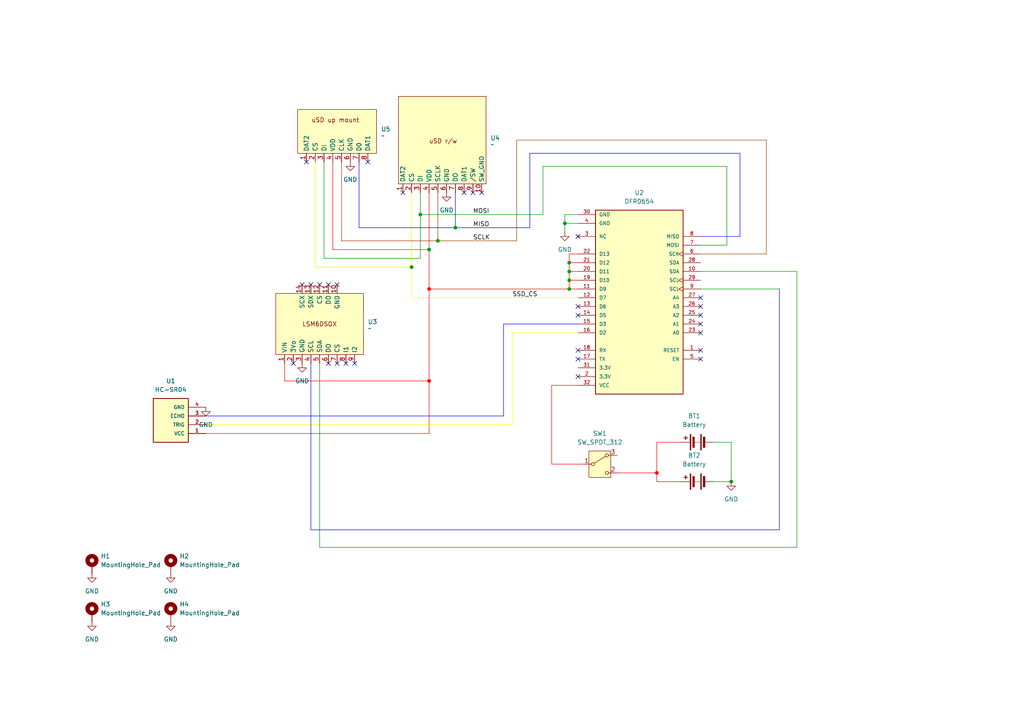
<source format=kicad_sch>
(kicad_sch
	(version 20231120)
	(generator "eeschema")
	(generator_version "8.0")
	(uuid "5f03be96-74fe-4c06-80f9-3781f1b12b86")
	(paper "A4")
	(lib_symbols
		(symbol "Device:Battery"
			(pin_numbers hide)
			(pin_names
				(offset 0) hide)
			(exclude_from_sim no)
			(in_bom yes)
			(on_board yes)
			(property "Reference" "BT"
				(at 2.54 2.54 0)
				(effects
					(font
						(size 1.27 1.27)
					)
					(justify left)
				)
			)
			(property "Value" "Battery"
				(at 2.54 0 0)
				(effects
					(font
						(size 1.27 1.27)
					)
					(justify left)
				)
			)
			(property "Footprint" ""
				(at 0 1.524 90)
				(effects
					(font
						(size 1.27 1.27)
					)
					(hide yes)
				)
			)
			(property "Datasheet" "~"
				(at 0 1.524 90)
				(effects
					(font
						(size 1.27 1.27)
					)
					(hide yes)
				)
			)
			(property "Description" "Multiple-cell battery"
				(at 0 0 0)
				(effects
					(font
						(size 1.27 1.27)
					)
					(hide yes)
				)
			)
			(property "ki_keywords" "batt voltage-source cell"
				(at 0 0 0)
				(effects
					(font
						(size 1.27 1.27)
					)
					(hide yes)
				)
			)
			(symbol "Battery_0_1"
				(rectangle
					(start -2.286 -1.27)
					(end 2.286 -1.524)
					(stroke
						(width 0)
						(type default)
					)
					(fill
						(type outline)
					)
				)
				(rectangle
					(start -2.286 1.778)
					(end 2.286 1.524)
					(stroke
						(width 0)
						(type default)
					)
					(fill
						(type outline)
					)
				)
				(rectangle
					(start -1.524 -2.032)
					(end 1.524 -2.54)
					(stroke
						(width 0)
						(type default)
					)
					(fill
						(type outline)
					)
				)
				(rectangle
					(start -1.524 1.016)
					(end 1.524 0.508)
					(stroke
						(width 0)
						(type default)
					)
					(fill
						(type outline)
					)
				)
				(polyline
					(pts
						(xy 0 -1.016) (xy 0 -0.762)
					)
					(stroke
						(width 0)
						(type default)
					)
					(fill
						(type none)
					)
				)
				(polyline
					(pts
						(xy 0 -0.508) (xy 0 -0.254)
					)
					(stroke
						(width 0)
						(type default)
					)
					(fill
						(type none)
					)
				)
				(polyline
					(pts
						(xy 0 0) (xy 0 0.254)
					)
					(stroke
						(width 0)
						(type default)
					)
					(fill
						(type none)
					)
				)
				(polyline
					(pts
						(xy 0 1.778) (xy 0 2.54)
					)
					(stroke
						(width 0)
						(type default)
					)
					(fill
						(type none)
					)
				)
				(polyline
					(pts
						(xy 0.762 3.048) (xy 1.778 3.048)
					)
					(stroke
						(width 0.254)
						(type default)
					)
					(fill
						(type none)
					)
				)
				(polyline
					(pts
						(xy 1.27 3.556) (xy 1.27 2.54)
					)
					(stroke
						(width 0.254)
						(type default)
					)
					(fill
						(type none)
					)
				)
			)
			(symbol "Battery_1_1"
				(pin passive line
					(at 0 5.08 270)
					(length 2.54)
					(name "+"
						(effects
							(font
								(size 1.27 1.27)
							)
						)
					)
					(number "1"
						(effects
							(font
								(size 1.27 1.27)
							)
						)
					)
				)
				(pin passive line
					(at 0 -5.08 90)
					(length 2.54)
					(name "-"
						(effects
							(font
								(size 1.27 1.27)
							)
						)
					)
					(number "2"
						(effects
							(font
								(size 1.27 1.27)
							)
						)
					)
				)
			)
		)
		(symbol "Mechanical:MountingHole_Pad"
			(pin_numbers hide)
			(pin_names
				(offset 1.016) hide)
			(exclude_from_sim yes)
			(in_bom no)
			(on_board yes)
			(property "Reference" "H"
				(at 0 6.35 0)
				(effects
					(font
						(size 1.27 1.27)
					)
				)
			)
			(property "Value" "MountingHole_Pad"
				(at 0 4.445 0)
				(effects
					(font
						(size 1.27 1.27)
					)
				)
			)
			(property "Footprint" ""
				(at 0 0 0)
				(effects
					(font
						(size 1.27 1.27)
					)
					(hide yes)
				)
			)
			(property "Datasheet" "~"
				(at 0 0 0)
				(effects
					(font
						(size 1.27 1.27)
					)
					(hide yes)
				)
			)
			(property "Description" "Mounting Hole with connection"
				(at 0 0 0)
				(effects
					(font
						(size 1.27 1.27)
					)
					(hide yes)
				)
			)
			(property "ki_keywords" "mounting hole"
				(at 0 0 0)
				(effects
					(font
						(size 1.27 1.27)
					)
					(hide yes)
				)
			)
			(property "ki_fp_filters" "MountingHole*Pad*"
				(at 0 0 0)
				(effects
					(font
						(size 1.27 1.27)
					)
					(hide yes)
				)
			)
			(symbol "MountingHole_Pad_0_1"
				(circle
					(center 0 1.27)
					(radius 1.27)
					(stroke
						(width 1.27)
						(type default)
					)
					(fill
						(type none)
					)
				)
			)
			(symbol "MountingHole_Pad_1_1"
				(pin input line
					(at 0 -2.54 90)
					(length 2.54)
					(name "1"
						(effects
							(font
								(size 1.27 1.27)
							)
						)
					)
					(number "1"
						(effects
							(font
								(size 1.27 1.27)
							)
						)
					)
				)
			)
		)
		(symbol "Singing Poles Symbols:Accelerometer"
			(exclude_from_sim no)
			(in_bom yes)
			(on_board yes)
			(property "Reference" "U"
				(at -11.43 10.16 0)
				(effects
					(font
						(size 1.27 1.27)
					)
				)
			)
			(property "Value" ""
				(at -8.128 6.35 0)
				(effects
					(font
						(size 1.27 1.27)
					)
				)
			)
			(property "Footprint" ""
				(at -8.128 6.35 0)
				(effects
					(font
						(size 1.27 1.27)
					)
					(hide yes)
				)
			)
			(property "Datasheet" ""
				(at -8.128 6.35 0)
				(effects
					(font
						(size 1.27 1.27)
					)
					(hide yes)
				)
			)
			(property "Description" ""
				(at -8.128 6.35 0)
				(effects
					(font
						(size 1.27 1.27)
					)
					(hide yes)
				)
			)
			(symbol "Accelerometer_1_1"
				(rectangle
					(start -12.7 8.89)
					(end 12.7 -8.89)
					(stroke
						(width 0)
						(type default)
					)
					(fill
						(type background)
					)
				)
				(text "LSM6DSOX"
					(at 0 0 0)
					(effects
						(font
							(size 1.27 1.27)
						)
					)
				)
				(pin input line
					(at -10.16 -11.43 90)
					(length 2.54)
					(name "VIN"
						(effects
							(font
								(size 1.27 1.27)
							)
						)
					)
					(number "1"
						(effects
							(font
								(size 1.27 1.27)
							)
						)
					)
				)
				(pin input line
					(at 5.08 11.43 270)
					(length 2.54)
					(name "GND"
						(effects
							(font
								(size 1.27 1.27)
							)
						)
					)
					(number "10"
						(effects
							(font
								(size 1.27 1.27)
							)
						)
					)
				)
				(pin input line
					(at 2.54 11.43 270)
					(length 2.54)
					(name "DO"
						(effects
							(font
								(size 1.27 1.27)
							)
						)
					)
					(number "11"
						(effects
							(font
								(size 1.27 1.27)
							)
						)
					)
				)
				(pin input line
					(at 0 11.43 270)
					(length 2.54)
					(name "CS"
						(effects
							(font
								(size 1.27 1.27)
							)
						)
					)
					(number "12"
						(effects
							(font
								(size 1.27 1.27)
							)
						)
					)
				)
				(pin input line
					(at -2.54 11.43 270)
					(length 2.54)
					(name "SDX"
						(effects
							(font
								(size 1.27 1.27)
							)
						)
					)
					(number "13"
						(effects
							(font
								(size 1.27 1.27)
							)
						)
					)
				)
				(pin input line
					(at -5.08 11.43 270)
					(length 2.54)
					(name "SCX"
						(effects
							(font
								(size 1.27 1.27)
							)
						)
					)
					(number "14"
						(effects
							(font
								(size 1.27 1.27)
							)
						)
					)
				)
				(pin input line
					(at -7.62 -11.43 90)
					(length 2.54)
					(name "3Vo"
						(effects
							(font
								(size 1.27 1.27)
							)
						)
					)
					(number "2"
						(effects
							(font
								(size 1.27 1.27)
							)
						)
					)
				)
				(pin input line
					(at -5.08 -11.43 90)
					(length 2.54)
					(name "GND"
						(effects
							(font
								(size 1.27 1.27)
							)
						)
					)
					(number "3"
						(effects
							(font
								(size 1.27 1.27)
							)
						)
					)
				)
				(pin input line
					(at -2.54 -11.43 90)
					(length 2.54)
					(name "SCL"
						(effects
							(font
								(size 1.27 1.27)
							)
						)
					)
					(number "4"
						(effects
							(font
								(size 1.27 1.27)
							)
						)
					)
				)
				(pin input line
					(at 0 -11.43 90)
					(length 2.54)
					(name "SDA"
						(effects
							(font
								(size 1.27 1.27)
							)
						)
					)
					(number "5"
						(effects
							(font
								(size 1.27 1.27)
							)
						)
					)
				)
				(pin input line
					(at 2.54 -11.43 90)
					(length 2.54)
					(name "DO"
						(effects
							(font
								(size 1.27 1.27)
							)
						)
					)
					(number "6"
						(effects
							(font
								(size 1.27 1.27)
							)
						)
					)
				)
				(pin input line
					(at 5.08 -11.43 90)
					(length 2.54)
					(name "CS"
						(effects
							(font
								(size 1.27 1.27)
							)
						)
					)
					(number "7"
						(effects
							(font
								(size 1.27 1.27)
							)
						)
					)
				)
				(pin input line
					(at 7.62 -11.43 90)
					(length 2.54)
					(name "I1"
						(effects
							(font
								(size 1.27 1.27)
							)
						)
					)
					(number "8"
						(effects
							(font
								(size 1.27 1.27)
							)
						)
					)
				)
				(pin input line
					(at 10.16 -11.43 90)
					(length 2.54)
					(name "I2"
						(effects
							(font
								(size 1.27 1.27)
							)
						)
					)
					(number "9"
						(effects
							(font
								(size 1.27 1.27)
							)
						)
					)
				)
			)
		)
		(symbol "Singing Poles Symbols:DFR0654"
			(pin_names
				(offset 1.016)
			)
			(exclude_from_sim no)
			(in_bom yes)
			(on_board yes)
			(property "Reference" "U2"
				(at 0 -33.02 0)
				(effects
					(font
						(size 1.27 1.27)
					)
				)
			)
			(property "Value" "DFR0654"
				(at 0 -30.48 0)
				(effects
					(font
						(size 1.27 1.27)
					)
				)
			)
			(property "Footprint" "singing foot:MODULE_DFR0654"
				(at 2.032 0.508 0)
				(effects
					(font
						(size 1.27 1.27)
					)
					(justify bottom)
					(hide yes)
				)
			)
			(property "Datasheet" ""
				(at 0 0 0)
				(effects
					(font
						(size 1.27 1.27)
					)
					(hide yes)
				)
			)
			(property "Description" ""
				(at 0 0 0)
				(effects
					(font
						(size 1.27 1.27)
					)
					(hide yes)
				)
			)
			(property "MF" ""
				(at 12.192 10.16 0)
				(effects
					(font
						(size 1.27 1.27)
					)
					(justify bottom)
					(hide yes)
				)
			)
			(property "Description_1" ""
				(at 0 0 0)
				(effects
					(font
						(size 1.27 1.27)
					)
					(justify bottom)
					(hide yes)
				)
			)
			(property "Package" ""
				(at 11.43 9.652 0)
				(effects
					(font
						(size 1.27 1.27)
					)
					(justify bottom)
					(hide yes)
				)
			)
			(property "Price" ""
				(at 12.7 9.652 0)
				(effects
					(font
						(size 1.27 1.27)
					)
					(justify bottom)
					(hide yes)
				)
			)
			(property "Check_prices" ""
				(at 0 0 0)
				(effects
					(font
						(size 1.27 1.27)
					)
					(justify bottom)
					(hide yes)
				)
			)
			(property "STANDARD" ""
				(at 0 0 0)
				(effects
					(font
						(size 1.27 1.27)
					)
					(justify bottom)
					(hide yes)
				)
			)
			(property "SnapEDA_Link" ""
				(at 0 0 0)
				(effects
					(font
						(size 1.27 1.27)
					)
					(justify bottom)
					(hide yes)
				)
			)
			(property "MP" ""
				(at 27.432 9.398 0)
				(effects
					(font
						(size 1.27 1.27)
					)
					(justify bottom)
					(hide yes)
				)
			)
			(property "Purchase-URL" ""
				(at 0 0 0)
				(effects
					(font
						(size 1.27 1.27)
					)
					(justify bottom)
					(hide yes)
				)
			)
			(property "Availability" ""
				(at 13.462 10.16 0)
				(effects
					(font
						(size 1.27 1.27)
					)
					(justify bottom)
					(hide yes)
				)
			)
			(property "MANUFACTURER" ""
				(at 11.684 9.906 0)
				(effects
					(font
						(size 1.27 1.27)
					)
					(justify bottom)
					(hide yes)
				)
			)
			(symbol "DFR0654_0_0"
				(rectangle
					(start -12.7 25.4)
					(end 12.7 -27.94)
					(stroke
						(width 0.254)
						(type default)
					)
					(fill
						(type background)
					)
				)
				(pin input line
					(at -17.78 12.7 0)
					(length 5.08)
					(name "RESET"
						(effects
							(font
								(size 1.016 1.016)
							)
						)
					)
					(number "1"
						(effects
							(font
								(size 1.016 1.016)
							)
						)
					)
				)
				(pin bidirectional line
					(at -17.78 -10.16 0)
					(length 5.08)
					(name "SDA"
						(effects
							(font
								(size 1.016 1.016)
							)
						)
					)
					(number "10"
						(effects
							(font
								(size 1.016 1.016)
							)
						)
					)
				)
				(pin bidirectional line
					(at 17.78 -5.08 180)
					(length 5.08)
					(name "D9"
						(effects
							(font
								(size 1.016 1.016)
							)
						)
					)
					(number "11"
						(effects
							(font
								(size 1.016 1.016)
							)
						)
					)
				)
				(pin bidirectional line
					(at 17.78 -2.54 180)
					(length 5.08)
					(name "D7"
						(effects
							(font
								(size 1.016 1.016)
							)
						)
					)
					(number "12"
						(effects
							(font
								(size 1.016 1.016)
							)
						)
					)
				)
				(pin bidirectional line
					(at 17.78 0 180)
					(length 5.08)
					(name "D6"
						(effects
							(font
								(size 1.016 1.016)
							)
						)
					)
					(number "13"
						(effects
							(font
								(size 1.016 1.016)
							)
						)
					)
				)
				(pin bidirectional line
					(at 17.78 2.54 180)
					(length 5.08)
					(name "D5"
						(effects
							(font
								(size 1.016 1.016)
							)
						)
					)
					(number "14"
						(effects
							(font
								(size 1.016 1.016)
							)
						)
					)
				)
				(pin bidirectional line
					(at 17.78 5.08 180)
					(length 5.08)
					(name "D3"
						(effects
							(font
								(size 1.016 1.016)
							)
						)
					)
					(number "15"
						(effects
							(font
								(size 1.016 1.016)
							)
						)
					)
				)
				(pin bidirectional line
					(at 17.78 7.62 180)
					(length 5.08)
					(name "D2"
						(effects
							(font
								(size 1.016 1.016)
							)
						)
					)
					(number "16"
						(effects
							(font
								(size 1.016 1.016)
							)
						)
					)
				)
				(pin output line
					(at 17.78 15.24 180)
					(length 5.08)
					(name "TX"
						(effects
							(font
								(size 1.016 1.016)
							)
						)
					)
					(number "17"
						(effects
							(font
								(size 1.016 1.016)
							)
						)
					)
				)
				(pin input line
					(at 17.78 12.7 180)
					(length 5.08)
					(name "RX"
						(effects
							(font
								(size 1.016 1.016)
							)
						)
					)
					(number "18"
						(effects
							(font
								(size 1.016 1.016)
							)
						)
					)
				)
				(pin bidirectional line
					(at 17.78 -7.62 180)
					(length 5.08)
					(name "D10"
						(effects
							(font
								(size 1.016 1.016)
							)
						)
					)
					(number "19"
						(effects
							(font
								(size 1.016 1.016)
							)
						)
					)
				)
				(pin power_in line
					(at 17.78 20.32 180)
					(length 5.08)
					(name "3.3V"
						(effects
							(font
								(size 1.016 1.016)
							)
						)
					)
					(number "2"
						(effects
							(font
								(size 1.016 1.016)
							)
						)
					)
				)
				(pin bidirectional line
					(at 17.78 -10.16 180)
					(length 5.08)
					(name "D11"
						(effects
							(font
								(size 1.016 1.016)
							)
						)
					)
					(number "20"
						(effects
							(font
								(size 1.016 1.016)
							)
						)
					)
				)
				(pin bidirectional line
					(at 17.78 -12.7 180)
					(length 5.08)
					(name "D12"
						(effects
							(font
								(size 1.016 1.016)
							)
						)
					)
					(number "21"
						(effects
							(font
								(size 1.016 1.016)
							)
						)
					)
				)
				(pin bidirectional line
					(at 17.78 -15.24 180)
					(length 5.08)
					(name "D13"
						(effects
							(font
								(size 1.016 1.016)
							)
						)
					)
					(number "22"
						(effects
							(font
								(size 1.016 1.016)
							)
						)
					)
				)
				(pin input line
					(at -17.78 7.62 0)
					(length 5.08)
					(name "A0"
						(effects
							(font
								(size 1.016 1.016)
							)
						)
					)
					(number "23"
						(effects
							(font
								(size 1.016 1.016)
							)
						)
					)
				)
				(pin input line
					(at -17.78 5.08 0)
					(length 5.08)
					(name "A1"
						(effects
							(font
								(size 1.016 1.016)
							)
						)
					)
					(number "24"
						(effects
							(font
								(size 1.016 1.016)
							)
						)
					)
				)
				(pin input line
					(at -17.78 2.54 0)
					(length 5.08)
					(name "A2"
						(effects
							(font
								(size 1.016 1.016)
							)
						)
					)
					(number "25"
						(effects
							(font
								(size 1.016 1.016)
							)
						)
					)
				)
				(pin input line
					(at -17.78 0 0)
					(length 5.08)
					(name "A3"
						(effects
							(font
								(size 1.016 1.016)
							)
						)
					)
					(number "26"
						(effects
							(font
								(size 1.016 1.016)
							)
						)
					)
				)
				(pin input line
					(at -17.78 -2.54 0)
					(length 5.08)
					(name "A4"
						(effects
							(font
								(size 1.016 1.016)
							)
						)
					)
					(number "27"
						(effects
							(font
								(size 1.016 1.016)
							)
						)
					)
				)
				(pin bidirectional line
					(at -17.78 -12.7 0)
					(length 5.08)
					(name "SDA"
						(effects
							(font
								(size 1.016 1.016)
							)
						)
					)
					(number "28"
						(effects
							(font
								(size 1.016 1.016)
							)
						)
					)
				)
				(pin input clock
					(at -17.78 -7.62 0)
					(length 5.08)
					(name "SCL"
						(effects
							(font
								(size 1.016 1.016)
							)
						)
					)
					(number "29"
						(effects
							(font
								(size 1.016 1.016)
							)
						)
					)
				)
				(pin no_connect line
					(at 17.78 -20.32 180)
					(length 5.08)
					(name "NC"
						(effects
							(font
								(size 1.016 1.016)
							)
						)
					)
					(number "3"
						(effects
							(font
								(size 1.016 1.016)
							)
						)
					)
				)
				(pin power_in line
					(at 17.78 -26.67 180)
					(length 5.08)
					(name "GND"
						(effects
							(font
								(size 1.016 1.016)
							)
						)
					)
					(number "30"
						(effects
							(font
								(size 1.016 1.016)
							)
						)
					)
				)
				(pin power_in line
					(at 17.78 17.78 180)
					(length 5.08)
					(name "3.3V"
						(effects
							(font
								(size 1.016 1.016)
							)
						)
					)
					(number "31"
						(effects
							(font
								(size 1.016 1.016)
							)
						)
					)
				)
				(pin power_in line
					(at 17.78 22.86 180)
					(length 5.08)
					(name "VCC"
						(effects
							(font
								(size 1.016 1.016)
							)
						)
					)
					(number "32"
						(effects
							(font
								(size 1.016 1.016)
							)
						)
					)
				)
				(pin power_in line
					(at 17.78 -24.13 180)
					(length 5.08)
					(name "GND"
						(effects
							(font
								(size 1.016 1.016)
							)
						)
					)
					(number "4"
						(effects
							(font
								(size 1.016 1.016)
							)
						)
					)
				)
				(pin input line
					(at -17.78 15.24 0)
					(length 5.08)
					(name "EN"
						(effects
							(font
								(size 1.016 1.016)
							)
						)
					)
					(number "5"
						(effects
							(font
								(size 1.016 1.016)
							)
						)
					)
				)
				(pin input clock
					(at -17.78 -15.24 0)
					(length 5.08)
					(name "SCK"
						(effects
							(font
								(size 1.016 1.016)
							)
						)
					)
					(number "6"
						(effects
							(font
								(size 1.016 1.016)
							)
						)
					)
				)
				(pin input line
					(at -17.78 -17.78 0)
					(length 5.08)
					(name "MOSI"
						(effects
							(font
								(size 1.016 1.016)
							)
						)
					)
					(number "7"
						(effects
							(font
								(size 1.016 1.016)
							)
						)
					)
				)
				(pin output line
					(at -17.78 -20.32 0)
					(length 5.08)
					(name "MISO"
						(effects
							(font
								(size 1.016 1.016)
							)
						)
					)
					(number "8"
						(effects
							(font
								(size 1.016 1.016)
							)
						)
					)
				)
				(pin input clock
					(at -17.78 -5.08 0)
					(length 5.08)
					(name "SCL"
						(effects
							(font
								(size 1.016 1.016)
							)
						)
					)
					(number "9"
						(effects
							(font
								(size 1.016 1.016)
							)
						)
					)
				)
			)
		)
		(symbol "Singing Poles Symbols:HC-SR04"
			(pin_names
				(offset 1.016)
			)
			(exclude_from_sim no)
			(in_bom yes)
			(on_board yes)
			(property "Reference" "U2"
				(at 0 5.0813 0)
				(effects
					(font
						(size 1.27 1.27)
					)
					(justify left bottom)
				)
			)
			(property "Value" "HC-SR04"
				(at 0 -10.163 0)
				(effects
					(font
						(size 1.27 1.27)
					)
					(justify left bottom)
				)
			)
			(property "Footprint" ""
				(at -9.144 9.652 0)
				(effects
					(font
						(size 1.27 1.27)
					)
					(justify bottom)
					(hide yes)
				)
			)
			(property "Datasheet" ""
				(at 0 0 0)
				(effects
					(font
						(size 1.27 1.27)
					)
					(hide yes)
				)
			)
			(property "Description" ""
				(at 0 0 0)
				(effects
					(font
						(size 1.27 1.27)
					)
					(hide yes)
				)
			)
			(property "MF" ""
				(at 17.018 9.906 0)
				(effects
					(font
						(size 1.27 1.27)
					)
					(justify bottom)
					(hide yes)
				)
			)
			(property "Description_1" ""
				(at 0.762 -12.446 0)
				(effects
					(font
						(size 1.27 1.27)
					)
					(justify bottom)
					(hide yes)
				)
			)
			(property "Package" ""
				(at 31.496 -2.032 0)
				(effects
					(font
						(size 1.27 1.27)
					)
					(justify bottom)
					(hide yes)
				)
			)
			(property "Price" ""
				(at 0 0 0)
				(effects
					(font
						(size 1.27 1.27)
					)
					(justify bottom)
					(hide yes)
				)
			)
			(property "Check_prices" ""
				(at 1.016 13.462 0)
				(effects
					(font
						(size 1.27 1.27)
					)
					(justify bottom)
					(hide yes)
				)
			)
			(property "SnapEDA_Link" ""
				(at 9.652 15.494 0)
				(effects
					(font
						(size 1.27 1.27)
					)
					(justify bottom)
					(hide yes)
				)
			)
			(property "MP" ""
				(at 16.764 6.35 0)
				(effects
					(font
						(size 1.27 1.27)
					)
					(justify bottom)
					(hide yes)
				)
			)
			(property "Availability" ""
				(at 30.988 3.302 0)
				(effects
					(font
						(size 1.27 1.27)
					)
					(justify bottom)
					(hide yes)
				)
			)
			(property "MANUFACTURER" " "
				(at 29.21 6.858 0)
				(effects
					(font
						(size 1.27 1.27)
					)
					(justify bottom)
					(hide yes)
				)
			)
			(symbol "HC-SR04_0_0"
				(rectangle
					(start 0 -7.62)
					(end 10.16 5.08)
					(stroke
						(width 0.254)
						(type default)
					)
					(fill
						(type background)
					)
				)
				(pin power_in line
					(at -5.08 2.54 0)
					(length 5.08)
					(name "VCC"
						(effects
							(font
								(size 1.016 1.016)
							)
						)
					)
					(number "1"
						(effects
							(font
								(size 1.016 1.016)
							)
						)
					)
				)
				(pin bidirectional line
					(at -5.08 0 0)
					(length 5.08)
					(name "TRIG"
						(effects
							(font
								(size 1.016 1.016)
							)
						)
					)
					(number "2"
						(effects
							(font
								(size 1.016 1.016)
							)
						)
					)
				)
				(pin bidirectional line
					(at -5.08 -2.54 0)
					(length 5.08)
					(name "ECHO"
						(effects
							(font
								(size 1.016 1.016)
							)
						)
					)
					(number "3"
						(effects
							(font
								(size 1.016 1.016)
							)
						)
					)
				)
				(pin power_in line
					(at -5.08 -5.08 0)
					(length 5.08)
					(name "GND"
						(effects
							(font
								(size 1.016 1.016)
							)
						)
					)
					(number "4"
						(effects
							(font
								(size 1.016 1.016)
							)
						)
					)
				)
			)
		)
		(symbol "Singing Poles Symbols:uSD_r/w"
			(exclude_from_sim no)
			(in_bom yes)
			(on_board yes)
			(property "Reference" "U"
				(at -11.43 14.224 0)
				(effects
					(font
						(size 1.27 1.27)
					)
				)
			)
			(property "Value" ""
				(at -11.43 14.224 0)
				(effects
					(font
						(size 1.27 1.27)
					)
				)
			)
			(property "Footprint" ""
				(at -11.43 14.224 0)
				(effects
					(font
						(size 1.27 1.27)
					)
					(hide yes)
				)
			)
			(property "Datasheet" ""
				(at -11.43 14.224 0)
				(effects
					(font
						(size 1.27 1.27)
					)
					(hide yes)
				)
			)
			(property "Description" ""
				(at -11.43 14.224 0)
				(effects
					(font
						(size 1.27 1.27)
					)
					(hide yes)
				)
			)
			(symbol "uSD_r/w_1_1"
				(rectangle
					(start -12.7 12.7)
					(end 12.7 -12.7)
					(stroke
						(width 0)
						(type default)
					)
					(fill
						(type background)
					)
				)
				(text "uSD r/w"
					(at 0.254 -0.254 0)
					(effects
						(font
							(size 1.27 1.27)
						)
					)
				)
				(pin input line
					(at -11.43 -15.24 90)
					(length 2.54)
					(name "DAT2"
						(effects
							(font
								(size 1.27 1.27)
							)
						)
					)
					(number "1"
						(effects
							(font
								(size 1.27 1.27)
							)
						)
					)
				)
				(pin input line
					(at 11.43 -15.24 90)
					(length 2.54)
					(name "SW_GND"
						(effects
							(font
								(size 1.27 1.27)
							)
						)
					)
					(number "10"
						(effects
							(font
								(size 1.27 1.27)
							)
						)
					)
				)
				(pin input line
					(at -8.89 -15.24 90)
					(length 2.54)
					(name "CS"
						(effects
							(font
								(size 1.27 1.27)
							)
						)
					)
					(number "2"
						(effects
							(font
								(size 1.27 1.27)
							)
						)
					)
				)
				(pin input line
					(at -6.35 -15.24 90)
					(length 2.54)
					(name "DI"
						(effects
							(font
								(size 1.27 1.27)
							)
						)
					)
					(number "3"
						(effects
							(font
								(size 1.27 1.27)
							)
						)
					)
				)
				(pin input line
					(at -3.81 -15.24 90)
					(length 2.54)
					(name "VDD"
						(effects
							(font
								(size 1.27 1.27)
							)
						)
					)
					(number "4"
						(effects
							(font
								(size 1.27 1.27)
							)
						)
					)
				)
				(pin input line
					(at -1.27 -15.24 90)
					(length 2.54)
					(name "SCLK"
						(effects
							(font
								(size 1.27 1.27)
							)
						)
					)
					(number "5"
						(effects
							(font
								(size 1.27 1.27)
							)
						)
					)
				)
				(pin input line
					(at 1.27 -15.24 90)
					(length 2.54)
					(name "GND"
						(effects
							(font
								(size 1.27 1.27)
							)
						)
					)
					(number "6"
						(effects
							(font
								(size 1.27 1.27)
							)
						)
					)
				)
				(pin input line
					(at 3.81 -15.24 90)
					(length 2.54)
					(name "DO"
						(effects
							(font
								(size 1.27 1.27)
							)
						)
					)
					(number "7"
						(effects
							(font
								(size 1.27 1.27)
							)
						)
					)
				)
				(pin input line
					(at 6.35 -15.24 90)
					(length 2.54)
					(name "DAT1"
						(effects
							(font
								(size 1.27 1.27)
							)
						)
					)
					(number "8"
						(effects
							(font
								(size 1.27 1.27)
							)
						)
					)
				)
				(pin input line
					(at 8.89 -15.24 90)
					(length 2.54)
					(name "/SW"
						(effects
							(font
								(size 1.27 1.27)
							)
						)
					)
					(number "9"
						(effects
							(font
								(size 1.27 1.27)
							)
						)
					)
				)
			)
		)
		(symbol "Singing Poles Symbols:uSD_up_mount"
			(exclude_from_sim no)
			(in_bom yes)
			(on_board yes)
			(property "Reference" "U"
				(at -10.414 7.62 0)
				(effects
					(font
						(size 1.27 1.27)
					)
				)
			)
			(property "Value" ""
				(at 1.27 6.35 0)
				(effects
					(font
						(size 1.27 1.27)
					)
				)
			)
			(property "Footprint" ""
				(at 1.27 6.35 0)
				(effects
					(font
						(size 1.27 1.27)
					)
					(hide yes)
				)
			)
			(property "Datasheet" ""
				(at 1.27 6.35 0)
				(effects
					(font
						(size 1.27 1.27)
					)
					(hide yes)
				)
			)
			(property "Description" ""
				(at 1.27 6.35 0)
				(effects
					(font
						(size 1.27 1.27)
					)
					(hide yes)
				)
			)
			(symbol "uSD_up_mount_1_1"
				(rectangle
					(start -11.43 6.35)
					(end 11.43 -6.35)
					(stroke
						(width 0)
						(type default)
					)
					(fill
						(type background)
					)
				)
				(text "uSD up mount"
					(at -0.508 3.302 0)
					(effects
						(font
							(size 1.27 1.27)
						)
					)
				)
				(pin input line
					(at -8.89 -8.89 90)
					(length 2.54)
					(name "DAT2"
						(effects
							(font
								(size 1.27 1.27)
							)
						)
					)
					(number "1"
						(effects
							(font
								(size 1.27 1.27)
							)
						)
					)
				)
				(pin input line
					(at -6.35 -8.89 90)
					(length 2.54)
					(name "CS"
						(effects
							(font
								(size 1.27 1.27)
							)
						)
					)
					(number "2"
						(effects
							(font
								(size 1.27 1.27)
							)
						)
					)
				)
				(pin input line
					(at -3.81 -8.89 90)
					(length 2.54)
					(name "DI"
						(effects
							(font
								(size 1.27 1.27)
							)
						)
					)
					(number "3"
						(effects
							(font
								(size 1.27 1.27)
							)
						)
					)
				)
				(pin input line
					(at -1.27 -8.89 90)
					(length 2.54)
					(name "VDD"
						(effects
							(font
								(size 1.27 1.27)
							)
						)
					)
					(number "4"
						(effects
							(font
								(size 1.27 1.27)
							)
						)
					)
				)
				(pin input line
					(at 1.27 -8.89 90)
					(length 2.54)
					(name "CLK"
						(effects
							(font
								(size 1.27 1.27)
							)
						)
					)
					(number "5"
						(effects
							(font
								(size 1.27 1.27)
							)
						)
					)
				)
				(pin input line
					(at 3.81 -8.89 90)
					(length 2.54)
					(name "GND"
						(effects
							(font
								(size 1.27 1.27)
							)
						)
					)
					(number "6"
						(effects
							(font
								(size 1.27 1.27)
							)
						)
					)
				)
				(pin input line
					(at 6.35 -8.89 90)
					(length 2.54)
					(name "D0"
						(effects
							(font
								(size 1.27 1.27)
							)
						)
					)
					(number "7"
						(effects
							(font
								(size 1.27 1.27)
							)
						)
					)
				)
				(pin input line
					(at 8.89 -8.89 90)
					(length 2.54)
					(name "DAT1"
						(effects
							(font
								(size 1.27 1.27)
							)
						)
					)
					(number "8"
						(effects
							(font
								(size 1.27 1.27)
							)
						)
					)
				)
			)
		)
		(symbol "Switch:SW_SPDT_312"
			(pin_names
				(offset 1) hide)
			(exclude_from_sim no)
			(in_bom yes)
			(on_board yes)
			(property "Reference" "SW"
				(at 0 5.08 0)
				(effects
					(font
						(size 1.27 1.27)
					)
				)
			)
			(property "Value" "SW_SPDT_312"
				(at 0 -5.08 0)
				(effects
					(font
						(size 1.27 1.27)
					)
				)
			)
			(property "Footprint" ""
				(at 0 -10.16 0)
				(effects
					(font
						(size 1.27 1.27)
					)
					(hide yes)
				)
			)
			(property "Datasheet" "~"
				(at 0 -7.62 0)
				(effects
					(font
						(size 1.27 1.27)
					)
					(hide yes)
				)
			)
			(property "Description" "Switch, single pole double throw"
				(at 0 0 0)
				(effects
					(font
						(size 1.27 1.27)
					)
					(hide yes)
				)
			)
			(property "ki_keywords" "changeover single-pole double-throw spdt ON-ON"
				(at 0 0 0)
				(effects
					(font
						(size 1.27 1.27)
					)
					(hide yes)
				)
			)
			(symbol "SW_SPDT_312_0_1"
				(circle
					(center -2.032 0)
					(radius 0.4572)
					(stroke
						(width 0)
						(type default)
					)
					(fill
						(type none)
					)
				)
				(polyline
					(pts
						(xy -1.651 0.254) (xy 1.651 2.286)
					)
					(stroke
						(width 0)
						(type default)
					)
					(fill
						(type none)
					)
				)
				(circle
					(center 2.032 -2.54)
					(radius 0.4572)
					(stroke
						(width 0)
						(type default)
					)
					(fill
						(type none)
					)
				)
				(circle
					(center 2.032 2.54)
					(radius 0.4572)
					(stroke
						(width 0)
						(type default)
					)
					(fill
						(type none)
					)
				)
			)
			(symbol "SW_SPDT_312_1_1"
				(rectangle
					(start -3.175 3.81)
					(end 3.175 -3.81)
					(stroke
						(width 0)
						(type default)
					)
					(fill
						(type background)
					)
				)
				(pin passive line
					(at -5.08 0 0)
					(length 2.54)
					(name "B"
						(effects
							(font
								(size 1.27 1.27)
							)
						)
					)
					(number "1"
						(effects
							(font
								(size 1.27 1.27)
							)
						)
					)
				)
				(pin passive line
					(at 5.08 -2.54 180)
					(length 2.54)
					(name "C"
						(effects
							(font
								(size 1.27 1.27)
							)
						)
					)
					(number "2"
						(effects
							(font
								(size 1.27 1.27)
							)
						)
					)
				)
				(pin passive line
					(at 5.08 2.54 180)
					(length 2.54)
					(name "A"
						(effects
							(font
								(size 1.27 1.27)
							)
						)
					)
					(number "3"
						(effects
							(font
								(size 1.27 1.27)
							)
						)
					)
				)
			)
		)
		(symbol "power:GND"
			(power)
			(pin_numbers hide)
			(pin_names
				(offset 0) hide)
			(exclude_from_sim no)
			(in_bom yes)
			(on_board yes)
			(property "Reference" "#PWR"
				(at 0 -6.35 0)
				(effects
					(font
						(size 1.27 1.27)
					)
					(hide yes)
				)
			)
			(property "Value" "GND"
				(at 0 -3.81 0)
				(effects
					(font
						(size 1.27 1.27)
					)
				)
			)
			(property "Footprint" ""
				(at 0 0 0)
				(effects
					(font
						(size 1.27 1.27)
					)
					(hide yes)
				)
			)
			(property "Datasheet" ""
				(at 0 0 0)
				(effects
					(font
						(size 1.27 1.27)
					)
					(hide yes)
				)
			)
			(property "Description" "Power symbol creates a global label with name \"GND\" , ground"
				(at 0 0 0)
				(effects
					(font
						(size 1.27 1.27)
					)
					(hide yes)
				)
			)
			(property "ki_keywords" "global power"
				(at 0 0 0)
				(effects
					(font
						(size 1.27 1.27)
					)
					(hide yes)
				)
			)
			(symbol "GND_0_1"
				(polyline
					(pts
						(xy 0 0) (xy 0 -1.27) (xy 1.27 -1.27) (xy 0 -2.54) (xy -1.27 -1.27) (xy 0 -1.27)
					)
					(stroke
						(width 0)
						(type default)
					)
					(fill
						(type none)
					)
				)
			)
			(symbol "GND_1_1"
				(pin power_in line
					(at 0 0 270)
					(length 0)
					(name "~"
						(effects
							(font
								(size 1.27 1.27)
							)
						)
					)
					(number "1"
						(effects
							(font
								(size 1.27 1.27)
							)
						)
					)
				)
			)
		)
	)
	(junction
		(at 165.1 83.82)
		(diameter 0)
		(color 0 0 0 0)
		(uuid "039a925f-be50-4c6a-8b30-bc9da6930f6d")
	)
	(junction
		(at 212.09 139.7)
		(diameter 0)
		(color 0 0 0 0)
		(uuid "139b7619-1f12-4239-ab18-acb32e8f4313")
	)
	(junction
		(at 165.1 78.74)
		(diameter 0)
		(color 0 0 0 0)
		(uuid "14375de3-ba96-464f-8257-ec3c9af91138")
	)
	(junction
		(at 163.83 64.77)
		(diameter 0)
		(color 0 0 0 0)
		(uuid "16446af4-604b-4f8b-bc97-c24b58940360")
	)
	(junction
		(at 127 69.85)
		(diameter 0)
		(color 0 0 0 0)
		(uuid "3364d2b7-d1cd-4805-9f6b-c8f770207c2e")
	)
	(junction
		(at 119.38 77.47)
		(diameter 0)
		(color 0 0 0 0)
		(uuid "51995105-88e4-4400-9c4e-fb4f1c2511cd")
	)
	(junction
		(at 121.92 62.23)
		(diameter 0)
		(color 0 0 0 0)
		(uuid "5c2c6644-f4a3-4428-8230-53ddbad4517e")
	)
	(junction
		(at 132.08 66.04)
		(diameter 0)
		(color 0 0 0 0)
		(uuid "5e8d9756-87f9-4467-ba46-ffe8ac665def")
	)
	(junction
		(at 124.46 83.82)
		(diameter 0)
		(color 255 0 0 1)
		(uuid "a2ede21e-461e-4f2e-a16e-fb569095caa8")
	)
	(junction
		(at 165.1 81.28)
		(diameter 0)
		(color 0 0 0 0)
		(uuid "a9cb8507-6845-4123-9f11-f6da850d34cb")
	)
	(junction
		(at 124.46 72.39)
		(diameter 0)
		(color 0 0 0 0)
		(uuid "b534f145-49e8-4334-8bb6-2b09b3584ca9")
	)
	(junction
		(at 124.46 110.49)
		(diameter 0)
		(color 255 0 0 1)
		(uuid "e1eb7363-a464-4ba2-ad78-6dcf34b79bc7")
	)
	(junction
		(at 190.5 137.16)
		(diameter 0)
		(color 255 0 0 1)
		(uuid "e9cb0d06-00fc-40d9-9719-6dd5b03879a1")
	)
	(junction
		(at 165.1 76.2)
		(diameter 0)
		(color 0 0 0 0)
		(uuid "ee941b4d-1001-4183-95fa-54d344d0a380")
	)
	(no_connect
		(at 203.2 93.98)
		(uuid "00e25515-a59d-409f-9206-dcb15a509ea6")
	)
	(no_connect
		(at 134.62 55.88)
		(uuid "02585c06-d163-457c-b60e-971e915eb6af")
	)
	(no_connect
		(at 97.79 105.41)
		(uuid "0da6c1b0-5ece-44e0-8cbf-089396ecb290")
	)
	(no_connect
		(at 102.87 105.41)
		(uuid "1851d984-f503-48ee-85e1-76b9e11a8c9b")
	)
	(no_connect
		(at 85.09 105.41)
		(uuid "21cbab7e-d265-4f73-b87b-ac3a9432566e")
	)
	(no_connect
		(at 90.17 82.55)
		(uuid "3a8c7e73-1e01-4e45-9113-d011e585c1e7")
	)
	(no_connect
		(at 203.2 91.44)
		(uuid "3e80927e-c09e-47aa-b9a8-91228a4979d1")
	)
	(no_connect
		(at 100.33 105.41)
		(uuid "40a7a08f-6ba5-41e2-a5e1-d2023facd354")
	)
	(no_connect
		(at 97.79 82.55)
		(uuid "51a69224-559b-41cc-8fad-5d05d6017596")
	)
	(no_connect
		(at 167.64 101.6)
		(uuid "72341b54-d741-443a-888a-e8012e521991")
	)
	(no_connect
		(at 87.63 82.55)
		(uuid "7307a157-70d6-4ea4-a88a-85ac58e08b57")
	)
	(no_connect
		(at 137.16 55.88)
		(uuid "775d021f-3db8-4d33-9f85-3402af4619ad")
	)
	(no_connect
		(at 203.2 104.14)
		(uuid "82fbde4a-342e-472c-b753-7b8ab0632325")
	)
	(no_connect
		(at 167.64 88.9)
		(uuid "84726c82-1a7f-4109-89ac-8f99bba6a023")
	)
	(no_connect
		(at 203.2 101.6)
		(uuid "95e6843b-1ba6-4430-9724-539ad7528dee")
	)
	(no_connect
		(at 95.25 105.41)
		(uuid "96d8c2ff-5a5e-413a-814e-5c09f293f0c8")
	)
	(no_connect
		(at 139.7 55.88)
		(uuid "98d13c71-938d-490e-9408-8c146d1fb78e")
	)
	(no_connect
		(at 203.2 96.52)
		(uuid "a21e0824-340d-45be-8064-943d9e3d1610")
	)
	(no_connect
		(at 203.2 86.36)
		(uuid "aeaf8671-e3ab-4300-ba6c-c7276e8d77e3")
	)
	(no_connect
		(at 167.64 91.44)
		(uuid "b2c500d2-937b-4353-aad6-5baa4ef1d239")
	)
	(no_connect
		(at 116.84 55.88)
		(uuid "cc96440f-b75d-4192-ac63-ebd4bb215552")
	)
	(no_connect
		(at 95.25 82.55)
		(uuid "db521e12-ddde-4d94-9893-20e300e1eca1")
	)
	(no_connect
		(at 203.2 88.9)
		(uuid "deb0d3fd-cf53-42e8-be74-78da68f81ff0")
	)
	(no_connect
		(at 92.71 82.55)
		(uuid "e06c0205-e25f-406b-975e-5190ff41e551")
	)
	(no_connect
		(at 167.64 104.14)
		(uuid "e139c81e-81e5-470e-881a-6f7e43e91409")
	)
	(no_connect
		(at 167.64 109.22)
		(uuid "ea4658bc-f6c5-430a-9691-16029cecf0fa")
	)
	(no_connect
		(at 106.68 46.99)
		(uuid "efc4db61-9666-4c43-b7e2-0d05170d8c45")
	)
	(no_connect
		(at 88.9 46.99)
		(uuid "f8500b19-b209-42a1-835b-2a5b5c2cc562")
	)
	(no_connect
		(at 167.64 68.58)
		(uuid "fb89a91e-0d77-4558-9e64-3e1eb02fbc66")
	)
	(wire
		(pts
			(xy 165.1 81.28) (xy 165.1 83.82)
		)
		(stroke
			(width 0)
			(type default)
			(color 255 0 0 1)
		)
		(uuid "0022d814-bb58-43ac-8197-3d5b1ca44c6d")
	)
	(wire
		(pts
			(xy 226.06 153.67) (xy 90.17 153.67)
		)
		(stroke
			(width 0)
			(type default)
			(color 0 0 255 1)
		)
		(uuid "049d38f5-a3b0-4913-b158-c1259f85c1d7")
	)
	(wire
		(pts
			(xy 121.92 62.23) (xy 157.48 62.23)
		)
		(stroke
			(width 0)
			(type default)
		)
		(uuid "0518ec65-d045-4486-b597-aba397e265f6")
	)
	(wire
		(pts
			(xy 165.1 83.82) (xy 124.46 83.82)
		)
		(stroke
			(width 0)
			(type default)
			(color 255 0 0 1)
		)
		(uuid "0803fc20-927c-4589-a2fc-6113424e7166")
	)
	(wire
		(pts
			(xy 165.1 83.82) (xy 167.64 83.82)
		)
		(stroke
			(width 0)
			(type default)
			(color 255 0 0 1)
		)
		(uuid "08db5e5f-3099-4daf-b388-ab22a074fc28")
	)
	(wire
		(pts
			(xy 121.92 74.93) (xy 121.92 62.23)
		)
		(stroke
			(width 0)
			(type default)
		)
		(uuid "0abc6e1b-53aa-4210-8c8d-25438b374848")
	)
	(wire
		(pts
			(xy 132.08 55.88) (xy 132.08 66.04)
		)
		(stroke
			(width 0)
			(type default)
			(color 0 0 255 1)
		)
		(uuid "0b37b471-cae1-4430-a94c-4b3df72b9bf1")
	)
	(wire
		(pts
			(xy 160.02 134.62) (xy 168.91 134.62)
		)
		(stroke
			(width 0)
			(type default)
			(color 255 0 0 1)
		)
		(uuid "0d788d88-9803-48cf-bb3c-06b2f3c38d9d")
	)
	(wire
		(pts
			(xy 163.83 64.77) (xy 163.83 67.31)
		)
		(stroke
			(width 0)
			(type default)
		)
		(uuid "136066d5-9e80-429e-ab0a-39fc8ffbf174")
	)
	(wire
		(pts
			(xy 153.67 44.45) (xy 214.63 44.45)
		)
		(stroke
			(width 0)
			(type default)
			(color 0 0 255 1)
		)
		(uuid "16e79d6a-4823-4782-b52f-795368bad03a")
	)
	(wire
		(pts
			(xy 160.02 111.76) (xy 160.02 134.62)
		)
		(stroke
			(width 0)
			(type default)
			(color 255 0 0 1)
		)
		(uuid "17cc139c-ae42-42fd-9293-d67a223ae28d")
	)
	(wire
		(pts
			(xy 146.05 120.65) (xy 59.69 120.65)
		)
		(stroke
			(width 0)
			(type default)
			(color 0 0 255 1)
		)
		(uuid "1f28e85d-ddf5-4baa-a1ba-8efabe60b526")
	)
	(wire
		(pts
			(xy 190.5 128.27) (xy 190.5 137.16)
		)
		(stroke
			(width 0)
			(type default)
			(color 255 0 0 1)
		)
		(uuid "21382054-5cee-4b96-b98e-d85891a9a209")
	)
	(wire
		(pts
			(xy 104.14 66.04) (xy 132.08 66.04)
		)
		(stroke
			(width 0)
			(type default)
			(color 0 0 255 1)
		)
		(uuid "28a3b025-245e-4326-bd32-32bba5b239d1")
	)
	(wire
		(pts
			(xy 165.1 73.66) (xy 165.1 76.2)
		)
		(stroke
			(width 0)
			(type default)
			(color 255 0 0 1)
		)
		(uuid "291b53ff-80c6-4f10-a303-ea91d55146a5")
	)
	(wire
		(pts
			(xy 96.52 46.99) (xy 96.52 72.39)
		)
		(stroke
			(width 0)
			(type default)
			(color 255 0 0 1)
		)
		(uuid "2bf465cf-2f16-4289-a217-75837f0aa607")
	)
	(wire
		(pts
			(xy 167.64 62.23) (xy 163.83 62.23)
		)
		(stroke
			(width 0)
			(type default)
		)
		(uuid "2c43e042-d892-4be3-8158-8f4eb5e0be2b")
	)
	(wire
		(pts
			(xy 119.38 86.36) (xy 119.38 77.47)
		)
		(stroke
			(width 0)
			(type default)
			(color 253 255 0 1)
		)
		(uuid "2e873bab-3922-4400-909d-24c41416c3f4")
	)
	(wire
		(pts
			(xy 119.38 77.47) (xy 119.38 71.12)
		)
		(stroke
			(width 0)
			(type default)
			(color 249 247 0 1)
		)
		(uuid "3191cab7-0503-465b-90d4-a50e25fd6785")
	)
	(wire
		(pts
			(xy 99.06 69.85) (xy 127 69.85)
		)
		(stroke
			(width 0)
			(type default)
			(color 169 52 0 1)
		)
		(uuid "36a63e02-1a5b-4475-80b8-2ab4890fb05b")
	)
	(wire
		(pts
			(xy 127 69.85) (xy 149.86 69.85)
		)
		(stroke
			(width 0)
			(type default)
			(color 163 68 0 1)
		)
		(uuid "371eadab-00ab-4141-9a80-8881222f5555")
	)
	(wire
		(pts
			(xy 167.64 86.36) (xy 119.38 86.36)
		)
		(stroke
			(width 0)
			(type default)
			(color 253 255 0 1)
		)
		(uuid "37f24aaf-6414-462f-90b0-044dc459d5d0")
	)
	(wire
		(pts
			(xy 124.46 55.88) (xy 124.46 72.39)
		)
		(stroke
			(width 0)
			(type default)
			(color 255 0 0 1)
		)
		(uuid "38cb2bac-1563-4c6a-b233-e1cd56dd4357")
	)
	(wire
		(pts
			(xy 207.01 128.27) (xy 212.09 128.27)
		)
		(stroke
			(width 0)
			(type default)
		)
		(uuid "4be38ba9-fec4-4aed-8b14-067d1ea1907a")
	)
	(wire
		(pts
			(xy 124.46 125.73) (xy 59.69 125.73)
		)
		(stroke
			(width 0)
			(type default)
			(color 255 0 0 1)
		)
		(uuid "4e242609-183f-4829-aa70-9ba114059805")
	)
	(wire
		(pts
			(xy 210.82 71.12) (xy 203.2 71.12)
		)
		(stroke
			(width 0)
			(type default)
		)
		(uuid "4e2fd124-8b95-4119-a4aa-0e327595aed6")
	)
	(wire
		(pts
			(xy 91.44 77.47) (xy 119.38 77.47)
		)
		(stroke
			(width 0)
			(type default)
			(color 249 247 0 1)
		)
		(uuid "4e36aa6e-2a1f-4d76-a5b4-023ccb8e1943")
	)
	(wire
		(pts
			(xy 190.5 137.16) (xy 179.07 137.16)
		)
		(stroke
			(width 0)
			(type default)
			(color 255 0 0 1)
		)
		(uuid "51f637b4-a3ed-4603-8a05-6961bce22149")
	)
	(wire
		(pts
			(xy 124.46 110.49) (xy 82.55 110.49)
		)
		(stroke
			(width 0)
			(type default)
			(color 255 0 0 1)
		)
		(uuid "523cebeb-3217-4203-9ee1-d75dfdaf6019")
	)
	(wire
		(pts
			(xy 163.83 62.23) (xy 163.83 64.77)
		)
		(stroke
			(width 0)
			(type default)
		)
		(uuid "5a9c145e-adb1-4a45-9437-c9cc10d2d7fa")
	)
	(wire
		(pts
			(xy 190.5 139.7) (xy 196.85 139.7)
		)
		(stroke
			(width 0)
			(type default)
			(color 255 0 0 1)
		)
		(uuid "6631b9f1-2f08-4092-8f58-543fb905d4b6")
	)
	(wire
		(pts
			(xy 203.2 83.82) (xy 226.06 83.82)
		)
		(stroke
			(width 0)
			(type default)
		)
		(uuid "6874794c-0047-45b2-a387-75c479d614cc")
	)
	(wire
		(pts
			(xy 91.44 46.99) (xy 91.44 77.47)
		)
		(stroke
			(width 0)
			(type default)
			(color 249 247 0 1)
		)
		(uuid "691c625a-0539-4166-99c1-6fae67b5a70e")
	)
	(wire
		(pts
			(xy 149.86 40.64) (xy 222.25 40.64)
		)
		(stroke
			(width 0)
			(type default)
			(color 163 68 0 1)
		)
		(uuid "6aae47f4-759e-44b4-a1d2-27422ae35ff9")
	)
	(wire
		(pts
			(xy 157.48 48.26) (xy 210.82 48.26)
		)
		(stroke
			(width 0)
			(type default)
		)
		(uuid "6d4f1267-7df9-4eca-9451-8385dc950b49")
	)
	(wire
		(pts
			(xy 124.46 83.82) (xy 124.46 110.49)
		)
		(stroke
			(width 0)
			(type default)
			(color 255 0 0 1)
		)
		(uuid "751d4a83-756a-436e-a937-25ec5a58456b")
	)
	(wire
		(pts
			(xy 132.08 66.04) (xy 153.67 66.04)
		)
		(stroke
			(width 0)
			(type default)
			(color 0 0 255 1)
		)
		(uuid "76aed934-813e-4325-a263-eb4bff72b92e")
	)
	(wire
		(pts
			(xy 148.59 96.52) (xy 148.59 123.19)
		)
		(stroke
			(width 0)
			(type default)
			(color 255 255 0 1)
		)
		(uuid "7ce0cf01-d8cb-4e9b-85bc-34d15db34247")
	)
	(wire
		(pts
			(xy 92.71 105.41) (xy 92.71 158.75)
		)
		(stroke
			(width 0)
			(type default)
		)
		(uuid "7e81c277-75da-4ec7-b60e-61bb9e31a486")
	)
	(wire
		(pts
			(xy 165.1 73.66) (xy 167.64 73.66)
		)
		(stroke
			(width 0)
			(type default)
			(color 255 0 0 1)
		)
		(uuid "812d9dc7-4465-496a-8b68-4d9d4fd27606")
	)
	(wire
		(pts
			(xy 92.71 158.75) (xy 231.14 158.75)
		)
		(stroke
			(width 0)
			(type default)
		)
		(uuid "820e5136-14ed-41c5-993c-3c72a5659af2")
	)
	(wire
		(pts
			(xy 148.59 123.19) (xy 59.69 123.19)
		)
		(stroke
			(width 0)
			(type default)
			(color 255 255 0 1)
		)
		(uuid "83801a4d-8fe2-4b46-82e2-faf63af9d834")
	)
	(wire
		(pts
			(xy 165.1 76.2) (xy 165.1 78.74)
		)
		(stroke
			(width 0)
			(type default)
			(color 255 0 0 1)
		)
		(uuid "87af23da-0620-4165-928e-0b1c68ca1590")
	)
	(wire
		(pts
			(xy 121.92 55.88) (xy 121.92 62.23)
		)
		(stroke
			(width 0)
			(type default)
		)
		(uuid "8df7c661-a56b-4644-8db1-d882589e50e3")
	)
	(wire
		(pts
			(xy 214.63 68.58) (xy 203.2 68.58)
		)
		(stroke
			(width 0)
			(type default)
			(color 0 0 255 1)
		)
		(uuid "9291e8bd-d1aa-449d-999f-72c863d61d3f")
	)
	(wire
		(pts
			(xy 96.52 72.39) (xy 124.46 72.39)
		)
		(stroke
			(width 0)
			(type default)
			(color 255 0 0 1)
		)
		(uuid "93adfd5b-6a3e-4cc3-bcf8-bae681350b2f")
	)
	(wire
		(pts
			(xy 214.63 44.45) (xy 214.63 68.58)
		)
		(stroke
			(width 0)
			(type default)
			(color 0 0 255 1)
		)
		(uuid "9599ee97-fdc1-418c-ac7f-1c5c26a188b4")
	)
	(wire
		(pts
			(xy 149.86 69.85) (xy 149.86 40.64)
		)
		(stroke
			(width 0)
			(type default)
			(color 163 68 0 1)
		)
		(uuid "9719e0e0-768c-46b7-9e46-f0a723adb437")
	)
	(wire
		(pts
			(xy 127 55.88) (xy 127 69.85)
		)
		(stroke
			(width 0)
			(type default)
			(color 169 52 0 1)
		)
		(uuid "97409852-9a3d-42de-807d-913141b417b3")
	)
	(wire
		(pts
			(xy 124.46 110.49) (xy 124.46 125.73)
		)
		(stroke
			(width 0)
			(type default)
			(color 255 0 0 1)
		)
		(uuid "9861507d-ac9e-416f-884e-09f1bac97199")
	)
	(wire
		(pts
			(xy 82.55 110.49) (xy 82.55 105.41)
		)
		(stroke
			(width 0)
			(type default)
			(color 255 0 0 1)
		)
		(uuid "98f6142e-c06d-44b2-865d-2418dd045e98")
	)
	(wire
		(pts
			(xy 190.5 128.27) (xy 196.85 128.27)
		)
		(stroke
			(width 0)
			(type default)
			(color 255 0 0 1)
		)
		(uuid "a48441d4-9db6-4028-b739-04356a46d739")
	)
	(wire
		(pts
			(xy 226.06 83.82) (xy 226.06 153.67)
		)
		(stroke
			(width 0)
			(type default)
			(color 0 0 255 1)
		)
		(uuid "a93209d0-3620-4116-a79b-b41952b95913")
	)
	(wire
		(pts
			(xy 167.64 93.98) (xy 146.05 93.98)
		)
		(stroke
			(width 0)
			(type default)
			(color 0 0 255 1)
		)
		(uuid "ab07fe2f-1292-4c55-bae6-252036fbb3e0")
	)
	(wire
		(pts
			(xy 93.98 74.93) (xy 121.92 74.93)
		)
		(stroke
			(width 0)
			(type default)
		)
		(uuid "ab24dbc9-a1a2-4daa-b7b7-74afd1bd836a")
	)
	(wire
		(pts
			(xy 153.67 66.04) (xy 153.67 44.45)
		)
		(stroke
			(width 0)
			(type default)
			(color 0 0 255 1)
		)
		(uuid "b184b22c-d15c-4299-8a90-8b3203e3b895")
	)
	(wire
		(pts
			(xy 146.05 93.98) (xy 146.05 120.65)
		)
		(stroke
			(width 0)
			(type default)
			(color 0 0 255 1)
		)
		(uuid "b2fb3361-9a0c-487f-a954-0ab1e38097f8")
	)
	(wire
		(pts
			(xy 119.38 55.88) (xy 119.38 77.47)
		)
		(stroke
			(width 0)
			(type default)
			(color 253 255 0 1)
		)
		(uuid "b3357ab5-24a0-4a96-b01c-22d18d4233e1")
	)
	(wire
		(pts
			(xy 90.17 153.67) (xy 90.17 105.41)
		)
		(stroke
			(width 0)
			(type default)
			(color 0 0 255 1)
		)
		(uuid "b3eb7f25-4de6-48ba-b9ff-ab552dd0e466")
	)
	(wire
		(pts
			(xy 165.1 76.2) (xy 167.64 76.2)
		)
		(stroke
			(width 0)
			(type default)
			(color 255 0 0 1)
		)
		(uuid "bcffe232-c5a2-4be0-a3d1-78116f5bd4db")
	)
	(wire
		(pts
			(xy 99.06 46.99) (xy 99.06 69.85)
		)
		(stroke
			(width 0)
			(type default)
			(color 169 52 0 1)
		)
		(uuid "bdb67235-ca94-4e7a-84eb-20b21589c1e0")
	)
	(wire
		(pts
			(xy 157.48 62.23) (xy 157.48 48.26)
		)
		(stroke
			(width 0)
			(type default)
		)
		(uuid "bdbe9cfb-340b-4164-9f33-007957bfdf80")
	)
	(wire
		(pts
			(xy 212.09 128.27) (xy 212.09 139.7)
		)
		(stroke
			(width 0)
			(type default)
		)
		(uuid "c0255a5b-871e-46da-b154-d4d9186ca89b")
	)
	(wire
		(pts
			(xy 190.5 139.7) (xy 190.5 137.16)
		)
		(stroke
			(width 0)
			(type default)
			(color 255 0 0 1)
		)
		(uuid "c162b9ef-c1ba-4327-90ce-3c5c8d08b66d")
	)
	(wire
		(pts
			(xy 231.14 158.75) (xy 231.14 78.74)
		)
		(stroke
			(width 0)
			(type default)
		)
		(uuid "c19b07dc-5544-41e7-8efc-f936ad91164b")
	)
	(wire
		(pts
			(xy 212.09 139.7) (xy 207.01 139.7)
		)
		(stroke
			(width 0)
			(type default)
		)
		(uuid "c2f5274a-a740-4b1a-bf86-75cb2e970272")
	)
	(wire
		(pts
			(xy 124.46 83.82) (xy 124.46 72.39)
		)
		(stroke
			(width 0)
			(type default)
			(color 255 0 0 1)
		)
		(uuid "c45bae91-46ef-4c58-88e2-eeca39aac577")
	)
	(wire
		(pts
			(xy 165.1 81.28) (xy 167.64 81.28)
		)
		(stroke
			(width 0)
			(type default)
			(color 255 0 0 1)
		)
		(uuid "c71e0ff7-8ae9-44d4-9acf-a74f65e6603e")
	)
	(wire
		(pts
			(xy 93.98 46.99) (xy 93.98 74.93)
		)
		(stroke
			(width 0)
			(type default)
		)
		(uuid "ceae780f-2268-4405-9680-dd458083376b")
	)
	(wire
		(pts
			(xy 231.14 78.74) (xy 203.2 78.74)
		)
		(stroke
			(width 0)
			(type default)
		)
		(uuid "d37dd8c4-295c-489e-9eb3-befdebf20761")
	)
	(wire
		(pts
			(xy 222.25 40.64) (xy 222.25 73.66)
		)
		(stroke
			(width 0)
			(type default)
			(color 163 68 0 1)
		)
		(uuid "d6d623c7-7cb2-405e-a018-a945416d50a0")
	)
	(wire
		(pts
			(xy 167.64 96.52) (xy 148.59 96.52)
		)
		(stroke
			(width 0)
			(type default)
			(color 255 255 0 1)
		)
		(uuid "d715587e-57ac-4d52-94fe-346b2810f8ec")
	)
	(wire
		(pts
			(xy 163.83 64.77) (xy 167.64 64.77)
		)
		(stroke
			(width 0)
			(type default)
		)
		(uuid "da96dbfe-90a0-4a71-afa2-672fd405ecb9")
	)
	(wire
		(pts
			(xy 165.1 78.74) (xy 167.64 78.74)
		)
		(stroke
			(width 0)
			(type default)
			(color 255 0 0 1)
		)
		(uuid "e820c297-c121-46a3-af93-dbf135458343")
	)
	(wire
		(pts
			(xy 104.14 46.99) (xy 104.14 66.04)
		)
		(stroke
			(width 0)
			(type default)
			(color 0 0 255 1)
		)
		(uuid "ed30f076-7a57-421d-92bb-e08cb556ad7f")
	)
	(wire
		(pts
			(xy 210.82 48.26) (xy 210.82 71.12)
		)
		(stroke
			(width 0)
			(type default)
		)
		(uuid "f3831a46-2447-487d-8237-6fc57a97d704")
	)
	(wire
		(pts
			(xy 222.25 73.66) (xy 203.2 73.66)
		)
		(stroke
			(width 0)
			(type default)
			(color 163 68 0 1)
		)
		(uuid "f3ba95c4-cab6-458c-b7f4-a286e0086427")
	)
	(wire
		(pts
			(xy 165.1 78.74) (xy 165.1 81.28)
		)
		(stroke
			(width 0)
			(type default)
			(color 255 0 0 1)
		)
		(uuid "f7883b16-be33-4853-823f-b6ade326456b")
	)
	(wire
		(pts
			(xy 167.64 111.76) (xy 160.02 111.76)
		)
		(stroke
			(width 0)
			(type default)
			(color 255 0 0 1)
		)
		(uuid "f9e3b179-cf21-4b07-a4cf-d3898a1461ca")
	)
	(label "MISO"
		(at 137.16 66.04 0)
		(fields_autoplaced yes)
		(effects
			(font
				(size 1.27 1.27)
			)
			(justify left bottom)
		)
		(uuid "15000049-6d15-4394-b734-240e037e8aa0")
	)
	(label "SCLK"
		(at 137.16 69.85 0)
		(fields_autoplaced yes)
		(effects
			(font
				(size 1.27 1.27)
			)
			(justify left bottom)
		)
		(uuid "71e0e266-40e6-4ae1-bf39-332b659bb0f2")
	)
	(label "MOSI"
		(at 137.16 62.23 0)
		(fields_autoplaced yes)
		(effects
			(font
				(size 1.27 1.27)
			)
			(justify left bottom)
		)
		(uuid "71e85e12-a220-4d98-bea1-da142f3ab597")
	)
	(label "SSD_CS"
		(at 148.59 86.36 0)
		(fields_autoplaced yes)
		(effects
			(font
				(size 1.27 1.27)
			)
			(justify left bottom)
		)
		(uuid "d203406b-9f35-4cbb-a44d-0f994ed9daa7")
	)
	(symbol
		(lib_id "Switch:SW_SPDT_312")
		(at 173.99 134.62 0)
		(unit 1)
		(exclude_from_sim no)
		(in_bom yes)
		(on_board yes)
		(dnp no)
		(fields_autoplaced yes)
		(uuid "07a9e1d9-709d-4461-87c9-907985cd0272")
		(property "Reference" "SW1"
			(at 173.99 125.73 0)
			(effects
				(font
					(size 1.27 1.27)
				)
			)
		)
		(property "Value" "SW_SPDT_312"
			(at 173.99 128.27 0)
			(effects
				(font
					(size 1.27 1.27)
				)
			)
		)
		(property "Footprint" "singing foot:switch_sp"
			(at 173.99 144.78 0)
			(effects
				(font
					(size 1.27 1.27)
				)
				(hide yes)
			)
		)
		(property "Datasheet" "~"
			(at 173.99 142.24 0)
			(effects
				(font
					(size 1.27 1.27)
				)
				(hide yes)
			)
		)
		(property "Description" "Switch, single pole double throw"
			(at 173.99 134.62 0)
			(effects
				(font
					(size 1.27 1.27)
				)
				(hide yes)
			)
		)
		(pin "1"
			(uuid "b3b784de-7535-44ba-b19b-fd87a8d9b962")
		)
		(pin "2"
			(uuid "c26eb43f-490b-4712-9305-7730eb076d2f")
		)
		(pin "3"
			(uuid "1b73fa3d-7637-45e5-99b9-0164c54e17b6")
		)
		(instances
			(project "main"
				(path "/5f03be96-74fe-4c06-80f9-3781f1b12b86"
					(reference "SW1")
					(unit 1)
				)
			)
		)
	)
	(symbol
		(lib_id "power:GND")
		(at 212.09 139.7 0)
		(unit 1)
		(exclude_from_sim no)
		(in_bom yes)
		(on_board yes)
		(dnp no)
		(fields_autoplaced yes)
		(uuid "2c1fee41-7a29-45b2-b5d9-5e25b7160b96")
		(property "Reference" "#PWR05"
			(at 212.09 146.05 0)
			(effects
				(font
					(size 1.27 1.27)
				)
				(hide yes)
			)
		)
		(property "Value" "GND"
			(at 212.09 144.78 0)
			(effects
				(font
					(size 1.27 1.27)
				)
			)
		)
		(property "Footprint" ""
			(at 212.09 139.7 0)
			(effects
				(font
					(size 1.27 1.27)
				)
				(hide yes)
			)
		)
		(property "Datasheet" ""
			(at 212.09 139.7 0)
			(effects
				(font
					(size 1.27 1.27)
				)
				(hide yes)
			)
		)
		(property "Description" "Power symbol creates a global label with name \"GND\" , ground"
			(at 212.09 139.7 0)
			(effects
				(font
					(size 1.27 1.27)
				)
				(hide yes)
			)
		)
		(pin "1"
			(uuid "e9846ab7-ca9f-44b6-8104-633941a74ee9")
		)
		(instances
			(project ""
				(path "/5f03be96-74fe-4c06-80f9-3781f1b12b86"
					(reference "#PWR05")
					(unit 1)
				)
			)
		)
	)
	(symbol
		(lib_id "power:GND")
		(at 49.53 166.37 0)
		(unit 1)
		(exclude_from_sim no)
		(in_bom yes)
		(on_board yes)
		(dnp no)
		(fields_autoplaced yes)
		(uuid "2e746209-4004-421e-a7e3-3dd3820a6b9e")
		(property "Reference" "#PWR08"
			(at 49.53 172.72 0)
			(effects
				(font
					(size 1.27 1.27)
				)
				(hide yes)
			)
		)
		(property "Value" "GND"
			(at 49.53 171.45 0)
			(effects
				(font
					(size 1.27 1.27)
				)
			)
		)
		(property "Footprint" ""
			(at 49.53 166.37 0)
			(effects
				(font
					(size 1.27 1.27)
				)
				(hide yes)
			)
		)
		(property "Datasheet" ""
			(at 49.53 166.37 0)
			(effects
				(font
					(size 1.27 1.27)
				)
				(hide yes)
			)
		)
		(property "Description" "Power symbol creates a global label with name \"GND\" , ground"
			(at 49.53 166.37 0)
			(effects
				(font
					(size 1.27 1.27)
				)
				(hide yes)
			)
		)
		(pin "1"
			(uuid "fb889f11-4f6f-4841-9bb6-8eac47f0a503")
		)
		(instances
			(project "main"
				(path "/5f03be96-74fe-4c06-80f9-3781f1b12b86"
					(reference "#PWR08")
					(unit 1)
				)
			)
		)
	)
	(symbol
		(lib_id "Singing Poles Symbols:uSD_r/w")
		(at 128.27 40.64 0)
		(unit 1)
		(exclude_from_sim no)
		(in_bom yes)
		(on_board yes)
		(dnp no)
		(fields_autoplaced yes)
		(uuid "2fda5bd7-8fc1-404e-a877-63804ecd74ed")
		(property "Reference" "U4"
			(at 142.24 40.0049 0)
			(effects
				(font
					(size 1.27 1.27)
				)
				(justify left)
			)
		)
		(property "Value" "~"
			(at 142.24 41.91 0)
			(effects
				(font
					(size 1.27 1.27)
				)
				(justify left)
			)
		)
		(property "Footprint" "singing foot:uSD board"
			(at 116.84 26.416 0)
			(effects
				(font
					(size 1.27 1.27)
				)
				(hide yes)
			)
		)
		(property "Datasheet" ""
			(at 116.84 26.416 0)
			(effects
				(font
					(size 1.27 1.27)
				)
				(hide yes)
			)
		)
		(property "Description" ""
			(at 116.84 26.416 0)
			(effects
				(font
					(size 1.27 1.27)
				)
				(hide yes)
			)
		)
		(pin "2"
			(uuid "95776b64-4f67-43e1-a7c3-f563906d6891")
		)
		(pin "3"
			(uuid "7be58c3c-ecda-4df7-be7c-7c59a25f0af4")
		)
		(pin "4"
			(uuid "e2d81546-0d4c-41ce-9dae-28d73c420cc4")
		)
		(pin "1"
			(uuid "ae3abbe7-207d-44e1-bf0e-8b84b21b54da")
		)
		(pin "7"
			(uuid "8c54fbc5-0f7a-4eb2-ac0b-3f2c07e73d5f")
		)
		(pin "5"
			(uuid "8466dd9f-8f9e-40df-8afe-64f38813e6f8")
		)
		(pin "10"
			(uuid "04a18588-160a-4260-b721-4dd90801934e")
		)
		(pin "8"
			(uuid "9ac2088c-726a-44e3-a25a-b15d83a911f0")
		)
		(pin "6"
			(uuid "0689b33d-a6ab-434c-a268-76ac59a16076")
		)
		(pin "9"
			(uuid "aec4e8da-8a79-46d0-9d1a-3779a7733b6d")
		)
		(instances
			(project "main"
				(path "/5f03be96-74fe-4c06-80f9-3781f1b12b86"
					(reference "U4")
					(unit 1)
				)
			)
		)
	)
	(symbol
		(lib_id "power:GND")
		(at 49.53 180.34 0)
		(unit 1)
		(exclude_from_sim no)
		(in_bom yes)
		(on_board yes)
		(dnp no)
		(fields_autoplaced yes)
		(uuid "47f0a480-891c-4dfa-9c67-fc799ec42426")
		(property "Reference" "#PWR010"
			(at 49.53 186.69 0)
			(effects
				(font
					(size 1.27 1.27)
				)
				(hide yes)
			)
		)
		(property "Value" "GND"
			(at 49.53 185.42 0)
			(effects
				(font
					(size 1.27 1.27)
				)
			)
		)
		(property "Footprint" ""
			(at 49.53 180.34 0)
			(effects
				(font
					(size 1.27 1.27)
				)
				(hide yes)
			)
		)
		(property "Datasheet" ""
			(at 49.53 180.34 0)
			(effects
				(font
					(size 1.27 1.27)
				)
				(hide yes)
			)
		)
		(property "Description" "Power symbol creates a global label with name \"GND\" , ground"
			(at 49.53 180.34 0)
			(effects
				(font
					(size 1.27 1.27)
				)
				(hide yes)
			)
		)
		(pin "1"
			(uuid "add95d73-f200-46f7-a5e5-fc1cebc6439e")
		)
		(instances
			(project "main"
				(path "/5f03be96-74fe-4c06-80f9-3781f1b12b86"
					(reference "#PWR010")
					(unit 1)
				)
			)
		)
	)
	(symbol
		(lib_id "Mechanical:MountingHole_Pad")
		(at 26.67 163.83 0)
		(unit 1)
		(exclude_from_sim yes)
		(in_bom no)
		(on_board yes)
		(dnp no)
		(fields_autoplaced yes)
		(uuid "48dd2bd4-b13b-4528-921a-b5f9e7ffe752")
		(property "Reference" "H1"
			(at 29.21 161.2899 0)
			(effects
				(font
					(size 1.27 1.27)
				)
				(justify left)
			)
		)
		(property "Value" "MountingHole_Pad"
			(at 29.21 163.8299 0)
			(effects
				(font
					(size 1.27 1.27)
				)
				(justify left)
			)
		)
		(property "Footprint" "MountingHole:MountingHole_3.2mm_M3_DIN965_Pad"
			(at 26.67 163.83 0)
			(effects
				(font
					(size 1.27 1.27)
				)
				(hide yes)
			)
		)
		(property "Datasheet" "~"
			(at 26.67 163.83 0)
			(effects
				(font
					(size 1.27 1.27)
				)
				(hide yes)
			)
		)
		(property "Description" "Mounting Hole with connection"
			(at 26.67 163.83 0)
			(effects
				(font
					(size 1.27 1.27)
				)
				(hide yes)
			)
		)
		(pin "1"
			(uuid "96d22c5f-9a24-4cb6-963a-537a0d3ca144")
		)
		(instances
			(project ""
				(path "/5f03be96-74fe-4c06-80f9-3781f1b12b86"
					(reference "H1")
					(unit 1)
				)
			)
		)
	)
	(symbol
		(lib_id "power:GND")
		(at 101.6 46.99 0)
		(unit 1)
		(exclude_from_sim no)
		(in_bom yes)
		(on_board yes)
		(dnp no)
		(fields_autoplaced yes)
		(uuid "49286d5d-958f-459d-a8ee-4f6155d9fcb4")
		(property "Reference" "#PWR02"
			(at 101.6 53.34 0)
			(effects
				(font
					(size 1.27 1.27)
				)
				(hide yes)
			)
		)
		(property "Value" "GND"
			(at 101.6 52.07 0)
			(effects
				(font
					(size 1.27 1.27)
				)
			)
		)
		(property "Footprint" ""
			(at 101.6 46.99 0)
			(effects
				(font
					(size 1.27 1.27)
				)
				(hide yes)
			)
		)
		(property "Datasheet" ""
			(at 101.6 46.99 0)
			(effects
				(font
					(size 1.27 1.27)
				)
				(hide yes)
			)
		)
		(property "Description" "Power symbol creates a global label with name \"GND\" , ground"
			(at 101.6 46.99 0)
			(effects
				(font
					(size 1.27 1.27)
				)
				(hide yes)
			)
		)
		(pin "1"
			(uuid "1388a61b-de8b-4010-8d65-226856793a43")
		)
		(instances
			(project ""
				(path "/5f03be96-74fe-4c06-80f9-3781f1b12b86"
					(reference "#PWR02")
					(unit 1)
				)
			)
		)
	)
	(symbol
		(lib_id "Mechanical:MountingHole_Pad")
		(at 26.67 177.8 0)
		(unit 1)
		(exclude_from_sim yes)
		(in_bom no)
		(on_board yes)
		(dnp no)
		(fields_autoplaced yes)
		(uuid "52ec97b1-4e45-4035-b112-8b983a5c78c8")
		(property "Reference" "H3"
			(at 29.21 175.2599 0)
			(effects
				(font
					(size 1.27 1.27)
				)
				(justify left)
			)
		)
		(property "Value" "MountingHole_Pad"
			(at 29.21 177.7999 0)
			(effects
				(font
					(size 1.27 1.27)
				)
				(justify left)
			)
		)
		(property "Footprint" ""
			(at 26.67 177.8 0)
			(effects
				(font
					(size 1.27 1.27)
				)
				(hide yes)
			)
		)
		(property "Datasheet" "~"
			(at 26.67 177.8 0)
			(effects
				(font
					(size 1.27 1.27)
				)
				(hide yes)
			)
		)
		(property "Description" "Mounting Hole with connection"
			(at 26.67 177.8 0)
			(effects
				(font
					(size 1.27 1.27)
				)
				(hide yes)
			)
		)
		(pin "1"
			(uuid "2423a0e1-0e30-4e05-83fe-a5f45c8a631d")
		)
		(instances
			(project "main"
				(path "/5f03be96-74fe-4c06-80f9-3781f1b12b86"
					(reference "H3")
					(unit 1)
				)
			)
		)
	)
	(symbol
		(lib_id "power:GND")
		(at 59.69 118.11 0)
		(unit 1)
		(exclude_from_sim no)
		(in_bom yes)
		(on_board yes)
		(dnp no)
		(fields_autoplaced yes)
		(uuid "53e977f3-66c6-4596-a293-51b2bc917eec")
		(property "Reference" "#PWR06"
			(at 59.69 124.46 0)
			(effects
				(font
					(size 1.27 1.27)
				)
				(hide yes)
			)
		)
		(property "Value" "GND"
			(at 59.69 123.19 0)
			(effects
				(font
					(size 1.27 1.27)
				)
			)
		)
		(property "Footprint" ""
			(at 59.69 118.11 0)
			(effects
				(font
					(size 1.27 1.27)
				)
				(hide yes)
			)
		)
		(property "Datasheet" ""
			(at 59.69 118.11 0)
			(effects
				(font
					(size 1.27 1.27)
				)
				(hide yes)
			)
		)
		(property "Description" "Power symbol creates a global label with name \"GND\" , ground"
			(at 59.69 118.11 0)
			(effects
				(font
					(size 1.27 1.27)
				)
				(hide yes)
			)
		)
		(pin "1"
			(uuid "f385f6d2-0826-47e8-aaf9-1879482b7d79")
		)
		(instances
			(project "main"
				(path "/5f03be96-74fe-4c06-80f9-3781f1b12b86"
					(reference "#PWR06")
					(unit 1)
				)
			)
		)
	)
	(symbol
		(lib_id "Device:Battery")
		(at 201.93 139.7 90)
		(unit 1)
		(exclude_from_sim no)
		(in_bom yes)
		(on_board yes)
		(dnp no)
		(fields_autoplaced yes)
		(uuid "5a2438c9-7bbf-4dc1-8c44-534716a39746")
		(property "Reference" "BT2"
			(at 201.3585 132.08 90)
			(effects
				(font
					(size 1.27 1.27)
				)
			)
		)
		(property "Value" "Battery"
			(at 201.3585 134.62 90)
			(effects
				(font
					(size 1.27 1.27)
				)
			)
		)
		(property "Footprint" "Connector_PinHeader_2.54mm:PinHeader_1x02_P2.54mm_Vertical"
			(at 200.406 139.7 90)
			(effects
				(font
					(size 1.27 1.27)
				)
				(hide yes)
			)
		)
		(property "Datasheet" "~"
			(at 200.406 139.7 90)
			(effects
				(font
					(size 1.27 1.27)
				)
				(hide yes)
			)
		)
		(property "Description" "Multiple-cell battery"
			(at 201.93 139.7 0)
			(effects
				(font
					(size 1.27 1.27)
				)
				(hide yes)
			)
		)
		(pin "2"
			(uuid "d5fbc6af-cbf6-42ef-a2e2-d3172554bd24")
		)
		(pin "1"
			(uuid "66f68bfb-ca5c-4a43-8dc3-46fb4efc8f23")
		)
		(instances
			(project "main"
				(path "/5f03be96-74fe-4c06-80f9-3781f1b12b86"
					(reference "BT2")
					(unit 1)
				)
			)
		)
	)
	(symbol
		(lib_id "power:GND")
		(at 163.83 67.31 0)
		(unit 1)
		(exclude_from_sim no)
		(in_bom yes)
		(on_board yes)
		(dnp no)
		(fields_autoplaced yes)
		(uuid "725b2bf0-f038-4f5a-a819-c6e5373636d4")
		(property "Reference" "#PWR01"
			(at 163.83 73.66 0)
			(effects
				(font
					(size 1.27 1.27)
				)
				(hide yes)
			)
		)
		(property "Value" "GND"
			(at 163.83 72.39 0)
			(effects
				(font
					(size 1.27 1.27)
				)
			)
		)
		(property "Footprint" ""
			(at 163.83 67.31 0)
			(effects
				(font
					(size 1.27 1.27)
				)
				(hide yes)
			)
		)
		(property "Datasheet" ""
			(at 163.83 67.31 0)
			(effects
				(font
					(size 1.27 1.27)
				)
				(hide yes)
			)
		)
		(property "Description" "Power symbol creates a global label with name \"GND\" , ground"
			(at 163.83 67.31 0)
			(effects
				(font
					(size 1.27 1.27)
				)
				(hide yes)
			)
		)
		(pin "1"
			(uuid "003f0ec8-e6e2-4894-8e7b-510638706558")
		)
		(instances
			(project ""
				(path "/5f03be96-74fe-4c06-80f9-3781f1b12b86"
					(reference "#PWR01")
					(unit 1)
				)
			)
		)
	)
	(symbol
		(lib_id "Singing Poles Symbols:DFR0654")
		(at 185.42 88.9 180)
		(unit 1)
		(exclude_from_sim no)
		(in_bom yes)
		(on_board yes)
		(dnp no)
		(fields_autoplaced yes)
		(uuid "784e99b8-a5eb-4fd2-a7c8-4ac64d49a9c5")
		(property "Reference" "U2"
			(at 185.42 55.88 0)
			(effects
				(font
					(size 1.27 1.27)
				)
			)
		)
		(property "Value" "DFR0654"
			(at 185.42 58.42 0)
			(effects
				(font
					(size 1.27 1.27)
				)
			)
		)
		(property "Footprint" "singing foot:MODULE_DFR0654"
			(at 183.388 89.408 0)
			(effects
				(font
					(size 1.27 1.27)
				)
				(justify bottom)
				(hide yes)
			)
		)
		(property "Datasheet" ""
			(at 185.42 88.9 0)
			(effects
				(font
					(size 1.27 1.27)
				)
				(hide yes)
			)
		)
		(property "Description" ""
			(at 185.42 88.9 0)
			(effects
				(font
					(size 1.27 1.27)
				)
				(hide yes)
			)
		)
		(property "MF" ""
			(at 173.228 99.06 0)
			(effects
				(font
					(size 1.27 1.27)
				)
				(justify bottom)
				(hide yes)
			)
		)
		(property "Description_1" ""
			(at 185.42 88.9 0)
			(effects
				(font
					(size 1.27 1.27)
				)
				(justify bottom)
				(hide yes)
			)
		)
		(property "Package" ""
			(at 173.99 98.552 0)
			(effects
				(font
					(size 1.27 1.27)
				)
				(justify bottom)
				(hide yes)
			)
		)
		(property "Price" ""
			(at 172.72 98.552 0)
			(effects
				(font
					(size 1.27 1.27)
				)
				(justify bottom)
				(hide yes)
			)
		)
		(property "Check_prices" ""
			(at 185.42 88.9 0)
			(effects
				(font
					(size 1.27 1.27)
				)
				(justify bottom)
				(hide yes)
			)
		)
		(property "STANDARD" ""
			(at 185.42 88.9 0)
			(effects
				(font
					(size 1.27 1.27)
				)
				(justify bottom)
				(hide yes)
			)
		)
		(property "SnapEDA_Link" ""
			(at 185.42 88.9 0)
			(effects
				(font
					(size 1.27 1.27)
				)
				(justify bottom)
				(hide yes)
			)
		)
		(property "MP" ""
			(at 157.988 98.298 0)
			(effects
				(font
					(size 1.27 1.27)
				)
				(justify bottom)
				(hide yes)
			)
		)
		(property "Purchase-URL" ""
			(at 185.42 88.9 0)
			(effects
				(font
					(size 1.27 1.27)
				)
				(justify bottom)
				(hide yes)
			)
		)
		(property "Availability" ""
			(at 171.958 99.06 0)
			(effects
				(font
					(size 1.27 1.27)
				)
				(justify bottom)
				(hide yes)
			)
		)
		(property "MANUFACTURER" ""
			(at 173.736 98.806 0)
			(effects
				(font
					(size 1.27 1.27)
				)
				(justify bottom)
				(hide yes)
			)
		)
		(pin "11"
			(uuid "aab607d4-4045-483b-99d6-3fea2f9e0fb3")
		)
		(pin "22"
			(uuid "1b4cbe25-3a77-4fbb-af72-748d4ba9c23a")
		)
		(pin "30"
			(uuid "f310e807-f156-45c8-ba45-528c31ec1cee")
		)
		(pin "17"
			(uuid "2008838d-7e72-475d-bf4d-99a19378c00e")
		)
		(pin "15"
			(uuid "3bf03d5f-dd46-4f12-905f-c9cdf7382dee")
		)
		(pin "4"
			(uuid "c5007686-03b6-4ee1-a79d-cd8dc5372b3e")
		)
		(pin "27"
			(uuid "97b5c86f-69c8-4f4a-8bcc-6f58ae692c31")
		)
		(pin "5"
			(uuid "f0a4a804-830f-41a6-b7b6-e8b534f05430")
		)
		(pin "8"
			(uuid "30a6e56c-12f2-46b9-9df8-27b58d82c47b")
		)
		(pin "9"
			(uuid "957473fd-41de-473f-8629-65f5f6581a38")
		)
		(pin "12"
			(uuid "f1df7633-7fc5-4759-9dd7-f511520118d5")
		)
		(pin "13"
			(uuid "2fa4b999-2ed4-49d0-b7e3-8d608e00d4d0")
		)
		(pin "32"
			(uuid "5a05472b-882e-4c10-96e8-6908cac53a41")
		)
		(pin "7"
			(uuid "cadd5f9e-8c46-44b7-be37-089237a9ad41")
		)
		(pin "2"
			(uuid "6e6ebecc-aade-482f-b6ec-55cd6950e2fd")
		)
		(pin "19"
			(uuid "9f7b28cd-1741-44f4-8e38-fbede43f4757")
		)
		(pin "26"
			(uuid "528bbcf4-56d4-4157-9a5a-0430ffbcad18")
		)
		(pin "10"
			(uuid "b742cb18-41a8-426a-a57e-1f7c5e0b3a03")
		)
		(pin "20"
			(uuid "b055b5c3-beb9-40cb-9ff4-8e08b37f2db5")
		)
		(pin "28"
			(uuid "e48d1987-3d3c-45db-b50f-1cf4f72ee357")
		)
		(pin "24"
			(uuid "13f66bbb-19de-47a6-905e-9306f678d7ba")
		)
		(pin "14"
			(uuid "ea343650-b21f-4e97-9384-8c20ea93fb52")
		)
		(pin "18"
			(uuid "d1a57a47-61cb-4750-ab62-b98c3bb9f7a1")
		)
		(pin "16"
			(uuid "21266263-cf3b-4a7f-bb4c-8f985107998e")
		)
		(pin "29"
			(uuid "e9e5a890-c6e3-431d-8e20-f472b6e7dffc")
		)
		(pin "1"
			(uuid "55954866-fda8-4dfc-a1d4-fd478f4e7ccf")
		)
		(pin "25"
			(uuid "5bef7572-a163-4d09-ada7-7a580779531e")
		)
		(pin "31"
			(uuid "56ca1118-fd3f-414d-ba1a-6534707904cb")
		)
		(pin "23"
			(uuid "dc641723-169f-47de-8be0-4032fd383991")
		)
		(pin "21"
			(uuid "b028dfda-bf65-4378-bde6-850a4b6cec0e")
		)
		(pin "3"
			(uuid "a187234e-80f3-40a0-b0d5-aebffdb96173")
		)
		(pin "6"
			(uuid "e0d32749-db15-45d5-b920-fd7dd0b08526")
		)
		(instances
			(project "main"
				(path "/5f03be96-74fe-4c06-80f9-3781f1b12b86"
					(reference "U2")
					(unit 1)
				)
			)
		)
	)
	(symbol
		(lib_id "power:GND")
		(at 26.67 166.37 0)
		(unit 1)
		(exclude_from_sim no)
		(in_bom yes)
		(on_board yes)
		(dnp no)
		(fields_autoplaced yes)
		(uuid "85da710c-6011-4802-a855-23f72b1688a9")
		(property "Reference" "#PWR07"
			(at 26.67 172.72 0)
			(effects
				(font
					(size 1.27 1.27)
				)
				(hide yes)
			)
		)
		(property "Value" "GND"
			(at 26.67 171.45 0)
			(effects
				(font
					(size 1.27 1.27)
				)
			)
		)
		(property "Footprint" ""
			(at 26.67 166.37 0)
			(effects
				(font
					(size 1.27 1.27)
				)
				(hide yes)
			)
		)
		(property "Datasheet" ""
			(at 26.67 166.37 0)
			(effects
				(font
					(size 1.27 1.27)
				)
				(hide yes)
			)
		)
		(property "Description" "Power symbol creates a global label with name \"GND\" , ground"
			(at 26.67 166.37 0)
			(effects
				(font
					(size 1.27 1.27)
				)
				(hide yes)
			)
		)
		(pin "1"
			(uuid "48a08efa-0d20-47d6-8b1d-f60978a985f8")
		)
		(instances
			(project ""
				(path "/5f03be96-74fe-4c06-80f9-3781f1b12b86"
					(reference "#PWR07")
					(unit 1)
				)
			)
		)
	)
	(symbol
		(lib_id "power:GND")
		(at 26.67 180.34 0)
		(unit 1)
		(exclude_from_sim no)
		(in_bom yes)
		(on_board yes)
		(dnp no)
		(fields_autoplaced yes)
		(uuid "931fba1a-8678-4b42-a52a-de27f9b68c23")
		(property "Reference" "#PWR09"
			(at 26.67 186.69 0)
			(effects
				(font
					(size 1.27 1.27)
				)
				(hide yes)
			)
		)
		(property "Value" "GND"
			(at 26.67 185.42 0)
			(effects
				(font
					(size 1.27 1.27)
				)
			)
		)
		(property "Footprint" ""
			(at 26.67 180.34 0)
			(effects
				(font
					(size 1.27 1.27)
				)
				(hide yes)
			)
		)
		(property "Datasheet" ""
			(at 26.67 180.34 0)
			(effects
				(font
					(size 1.27 1.27)
				)
				(hide yes)
			)
		)
		(property "Description" "Power symbol creates a global label with name \"GND\" , ground"
			(at 26.67 180.34 0)
			(effects
				(font
					(size 1.27 1.27)
				)
				(hide yes)
			)
		)
		(pin "1"
			(uuid "259468d7-cbd2-4abe-b0ba-c79240844b36")
		)
		(instances
			(project "main"
				(path "/5f03be96-74fe-4c06-80f9-3781f1b12b86"
					(reference "#PWR09")
					(unit 1)
				)
			)
		)
	)
	(symbol
		(lib_id "Singing Poles Symbols:Accelerometer")
		(at 92.71 93.98 0)
		(unit 1)
		(exclude_from_sim no)
		(in_bom yes)
		(on_board yes)
		(dnp no)
		(fields_autoplaced yes)
		(uuid "a17bd895-bcd7-4d09-bde9-dc9d69c71290")
		(property "Reference" "U3"
			(at 106.68 93.3449 0)
			(effects
				(font
					(size 1.27 1.27)
				)
				(justify left)
			)
		)
		(property "Value" "~"
			(at 106.68 95.25 0)
			(effects
				(font
					(size 1.27 1.27)
				)
				(justify left)
			)
		)
		(property "Footprint" "singing foot:accelerometer"
			(at 84.582 87.63 0)
			(effects
				(font
					(size 1.27 1.27)
				)
				(hide yes)
			)
		)
		(property "Datasheet" ""
			(at 84.582 87.63 0)
			(effects
				(font
					(size 1.27 1.27)
				)
				(hide yes)
			)
		)
		(property "Description" ""
			(at 84.582 87.63 0)
			(effects
				(font
					(size 1.27 1.27)
				)
				(hide yes)
			)
		)
		(pin "10"
			(uuid "e19b41d5-338a-410f-8724-149396ed11d7")
		)
		(pin "13"
			(uuid "c9d3099a-9d44-4f07-a908-b0650a39e1ea")
		)
		(pin "14"
			(uuid "1f41f063-c6ef-4688-9848-c6ad959a6e23")
		)
		(pin "2"
			(uuid "bf7f4866-eea4-4694-aee7-edf1bed6abea")
		)
		(pin "6"
			(uuid "3e759f79-b173-49ed-b69d-70a4e07fd73e")
		)
		(pin "9"
			(uuid "b8a01c46-da2f-43fb-9938-c2c02998ffc0")
		)
		(pin "11"
			(uuid "dba0d9f1-23f1-458e-9b99-5811728a88bd")
		)
		(pin "1"
			(uuid "737d0c70-d5c9-4797-89c9-c75ffe610709")
		)
		(pin "3"
			(uuid "5c902a60-ea6b-4b82-af34-ca25c1111f86")
		)
		(pin "5"
			(uuid "aef10f24-f1a7-49c7-adac-f3390bdab7d0")
		)
		(pin "4"
			(uuid "4d0dc342-83cb-4e96-b6eb-22c0c5896c89")
		)
		(pin "7"
			(uuid "8cd54162-72d3-473b-8001-c2082aa32396")
		)
		(pin "8"
			(uuid "833cb3d2-fa01-4fd7-ad6a-ff3455daf60c")
		)
		(pin "12"
			(uuid "3bec9cb8-b67d-4548-ae99-d08dc240ba34")
		)
		(instances
			(project "main"
				(path "/5f03be96-74fe-4c06-80f9-3781f1b12b86"
					(reference "U3")
					(unit 1)
				)
			)
		)
	)
	(symbol
		(lib_id "Singing Poles Symbols:HC-SR04")
		(at 54.61 123.19 180)
		(unit 1)
		(exclude_from_sim no)
		(in_bom yes)
		(on_board yes)
		(dnp no)
		(fields_autoplaced yes)
		(uuid "b12ea0b3-a14b-4237-a2ba-4148ee09d39c")
		(property "Reference" "U1"
			(at 49.53 110.49 0)
			(effects
				(font
					(size 1.27 1.27)
				)
			)
		)
		(property "Value" "HC-SR04"
			(at 49.53 113.03 0)
			(effects
				(font
					(size 1.27 1.27)
				)
			)
		)
		(property "Footprint" "singing foot:XCVR_HC-SR04"
			(at 63.754 132.842 0)
			(effects
				(font
					(size 1.27 1.27)
				)
				(justify bottom)
				(hide yes)
			)
		)
		(property "Datasheet" ""
			(at 54.61 123.19 0)
			(effects
				(font
					(size 1.27 1.27)
				)
				(hide yes)
			)
		)
		(property "Description" ""
			(at 54.61 123.19 0)
			(effects
				(font
					(size 1.27 1.27)
				)
				(hide yes)
			)
		)
		(property "MF" ""
			(at 37.592 133.096 0)
			(effects
				(font
					(size 1.27 1.27)
				)
				(justify bottom)
				(hide yes)
			)
		)
		(property "Description_1" ""
			(at 53.848 110.744 0)
			(effects
				(font
					(size 1.27 1.27)
				)
				(justify bottom)
				(hide yes)
			)
		)
		(property "Package" ""
			(at 23.114 121.158 0)
			(effects
				(font
					(size 1.27 1.27)
				)
				(justify bottom)
				(hide yes)
			)
		)
		(property "Price" ""
			(at 54.61 123.19 0)
			(effects
				(font
					(size 1.27 1.27)
				)
				(justify bottom)
				(hide yes)
			)
		)
		(property "Check_prices" ""
			(at 53.594 136.652 0)
			(effects
				(font
					(size 1.27 1.27)
				)
				(justify bottom)
				(hide yes)
			)
		)
		(property "SnapEDA_Link" ""
			(at 44.958 138.684 0)
			(effects
				(font
					(size 1.27 1.27)
				)
				(justify bottom)
				(hide yes)
			)
		)
		(property "MP" ""
			(at 37.846 129.54 0)
			(effects
				(font
					(size 1.27 1.27)
				)
				(justify bottom)
				(hide yes)
			)
		)
		(property "Availability" ""
			(at 23.622 126.492 0)
			(effects
				(font
					(size 1.27 1.27)
				)
				(justify bottom)
				(hide yes)
			)
		)
		(property "MANUFACTURER" " "
			(at 25.4 130.048 0)
			(effects
				(font
					(size 1.27 1.27)
				)
				(justify bottom)
				(hide yes)
			)
		)
		(pin "2"
			(uuid "774a876e-11c0-439d-8035-c0913bbff04c")
		)
		(pin "3"
			(uuid "3534e822-37d4-45ea-a28c-fe557dad0cfc")
		)
		(pin "1"
			(uuid "87784d14-31ce-4169-8745-17d0d9321493")
		)
		(pin "4"
			(uuid "2dd92f2f-6626-41f5-9c9b-8a843508aa12")
		)
		(instances
			(project "main"
				(path "/5f03be96-74fe-4c06-80f9-3781f1b12b86"
					(reference "U1")
					(unit 1)
				)
			)
		)
	)
	(symbol
		(lib_id "Singing Poles Symbols:uSD_up_mount")
		(at 97.79 38.1 0)
		(unit 1)
		(exclude_from_sim no)
		(in_bom yes)
		(on_board yes)
		(dnp no)
		(fields_autoplaced yes)
		(uuid "c54e3252-0f07-45e2-b939-1a9c4df12faf")
		(property "Reference" "U5"
			(at 110.49 37.4649 0)
			(effects
				(font
					(size 1.27 1.27)
				)
				(justify left)
			)
		)
		(property "Value" "~"
			(at 110.49 39.37 0)
			(effects
				(font
					(size 1.27 1.27)
				)
				(justify left)
			)
		)
		(property "Footprint" "singing foot:uSD mount (up)"
			(at 99.06 31.75 0)
			(effects
				(font
					(size 1.27 1.27)
				)
				(hide yes)
			)
		)
		(property "Datasheet" ""
			(at 99.06 31.75 0)
			(effects
				(font
					(size 1.27 1.27)
				)
				(hide yes)
			)
		)
		(property "Description" ""
			(at 99.06 31.75 0)
			(effects
				(font
					(size 1.27 1.27)
				)
				(hide yes)
			)
		)
		(pin "2"
			(uuid "52567c3c-9f38-4c21-b4da-d0c841d71348")
		)
		(pin "6"
			(uuid "3b845f0f-eafb-4074-a78d-6afcea875c78")
		)
		(pin "5"
			(uuid "faab9544-1d3c-464a-9473-834a42bf4c6a")
		)
		(pin "1"
			(uuid "6056dc8a-1875-4e69-9ff0-fb71209bc914")
		)
		(pin "3"
			(uuid "a7f1e27f-2cb9-4cf8-afee-1226cc0a4093")
		)
		(pin "4"
			(uuid "028c6f2c-a7f9-420a-a63d-5d2e6960e1eb")
		)
		(pin "7"
			(uuid "8b88523b-0419-4327-8b97-a7f02f4332dd")
		)
		(pin "8"
			(uuid "1d746c50-47fe-4767-98c4-486dbd4382b1")
		)
		(instances
			(project "main"
				(path "/5f03be96-74fe-4c06-80f9-3781f1b12b86"
					(reference "U5")
					(unit 1)
				)
			)
		)
	)
	(symbol
		(lib_id "Device:Battery")
		(at 201.93 128.27 90)
		(unit 1)
		(exclude_from_sim no)
		(in_bom yes)
		(on_board yes)
		(dnp no)
		(fields_autoplaced yes)
		(uuid "c774591c-7fad-4d61-b24e-36f51255afb7")
		(property "Reference" "BT1"
			(at 201.3585 120.65 90)
			(effects
				(font
					(size 1.27 1.27)
				)
			)
		)
		(property "Value" "Battery"
			(at 201.3585 123.19 90)
			(effects
				(font
					(size 1.27 1.27)
				)
			)
		)
		(property "Footprint" "Connector_PinHeader_2.54mm:PinHeader_1x02_P2.54mm_Vertical"
			(at 200.406 128.27 90)
			(effects
				(font
					(size 1.27 1.27)
				)
				(hide yes)
			)
		)
		(property "Datasheet" "~"
			(at 200.406 128.27 90)
			(effects
				(font
					(size 1.27 1.27)
				)
				(hide yes)
			)
		)
		(property "Description" "Multiple-cell battery"
			(at 201.93 128.27 0)
			(effects
				(font
					(size 1.27 1.27)
				)
				(hide yes)
			)
		)
		(pin "2"
			(uuid "5130c5fb-bb7c-4bce-97d7-1484bd120723")
		)
		(pin "1"
			(uuid "b605dfdb-1bb9-4d21-98df-c7e5ab61f954")
		)
		(instances
			(project ""
				(path "/5f03be96-74fe-4c06-80f9-3781f1b12b86"
					(reference "BT1")
					(unit 1)
				)
			)
		)
	)
	(symbol
		(lib_id "Mechanical:MountingHole_Pad")
		(at 49.53 163.83 0)
		(unit 1)
		(exclude_from_sim yes)
		(in_bom no)
		(on_board yes)
		(dnp no)
		(fields_autoplaced yes)
		(uuid "c8f1702b-62e2-4782-8070-709da1adeea3")
		(property "Reference" "H2"
			(at 52.07 161.2899 0)
			(effects
				(font
					(size 1.27 1.27)
				)
				(justify left)
			)
		)
		(property "Value" "MountingHole_Pad"
			(at 52.07 163.8299 0)
			(effects
				(font
					(size 1.27 1.27)
				)
				(justify left)
			)
		)
		(property "Footprint" "MountingHole:MountingHole_3.2mm_M3_DIN965_Pad"
			(at 49.53 163.83 0)
			(effects
				(font
					(size 1.27 1.27)
				)
				(hide yes)
			)
		)
		(property "Datasheet" "~"
			(at 49.53 163.83 0)
			(effects
				(font
					(size 1.27 1.27)
				)
				(hide yes)
			)
		)
		(property "Description" "Mounting Hole with connection"
			(at 49.53 163.83 0)
			(effects
				(font
					(size 1.27 1.27)
				)
				(hide yes)
			)
		)
		(pin "1"
			(uuid "a7c8fadf-60eb-4aec-9385-47a4d8d15ac4")
		)
		(instances
			(project "main"
				(path "/5f03be96-74fe-4c06-80f9-3781f1b12b86"
					(reference "H2")
					(unit 1)
				)
			)
		)
	)
	(symbol
		(lib_id "power:GND")
		(at 87.63 105.41 0)
		(unit 1)
		(exclude_from_sim no)
		(in_bom yes)
		(on_board yes)
		(dnp no)
		(fields_autoplaced yes)
		(uuid "f306917d-0a5c-4024-ba19-4eca1cfc5253")
		(property "Reference" "#PWR04"
			(at 87.63 111.76 0)
			(effects
				(font
					(size 1.27 1.27)
				)
				(hide yes)
			)
		)
		(property "Value" "GND"
			(at 87.63 110.49 0)
			(effects
				(font
					(size 1.27 1.27)
				)
			)
		)
		(property "Footprint" ""
			(at 87.63 105.41 0)
			(effects
				(font
					(size 1.27 1.27)
				)
				(hide yes)
			)
		)
		(property "Datasheet" ""
			(at 87.63 105.41 0)
			(effects
				(font
					(size 1.27 1.27)
				)
				(hide yes)
			)
		)
		(property "Description" "Power symbol creates a global label with name \"GND\" , ground"
			(at 87.63 105.41 0)
			(effects
				(font
					(size 1.27 1.27)
				)
				(hide yes)
			)
		)
		(pin "1"
			(uuid "6bc95b02-8afb-42da-bcaa-9896d48423cd")
		)
		(instances
			(project "main"
				(path "/5f03be96-74fe-4c06-80f9-3781f1b12b86"
					(reference "#PWR04")
					(unit 1)
				)
			)
		)
	)
	(symbol
		(lib_id "Mechanical:MountingHole_Pad")
		(at 49.53 177.8 0)
		(unit 1)
		(exclude_from_sim yes)
		(in_bom no)
		(on_board yes)
		(dnp no)
		(fields_autoplaced yes)
		(uuid "f4d9aa15-62d5-42d2-9a6c-b201fa3c3dbb")
		(property "Reference" "H4"
			(at 52.07 175.2599 0)
			(effects
				(font
					(size 1.27 1.27)
				)
				(justify left)
			)
		)
		(property "Value" "MountingHole_Pad"
			(at 52.07 177.7999 0)
			(effects
				(font
					(size 1.27 1.27)
				)
				(justify left)
			)
		)
		(property "Footprint" "MountingHole:MountingHole_3.2mm_M3_DIN965_Pad"
			(at 49.53 177.8 0)
			(effects
				(font
					(size 1.27 1.27)
				)
				(hide yes)
			)
		)
		(property "Datasheet" "~"
			(at 49.53 177.8 0)
			(effects
				(font
					(size 1.27 1.27)
				)
				(hide yes)
			)
		)
		(property "Description" "Mounting Hole with connection"
			(at 49.53 177.8 0)
			(effects
				(font
					(size 1.27 1.27)
				)
				(hide yes)
			)
		)
		(pin "1"
			(uuid "cf09cc58-6dbd-4c6a-bfb8-4d155b02fb14")
		)
		(instances
			(project "main"
				(path "/5f03be96-74fe-4c06-80f9-3781f1b12b86"
					(reference "H4")
					(unit 1)
				)
			)
		)
	)
	(symbol
		(lib_id "power:GND")
		(at 129.54 55.88 0)
		(unit 1)
		(exclude_from_sim no)
		(in_bom yes)
		(on_board yes)
		(dnp no)
		(fields_autoplaced yes)
		(uuid "f63660d3-cd87-4f50-b1e5-cecb4fb0e256")
		(property "Reference" "#PWR03"
			(at 129.54 62.23 0)
			(effects
				(font
					(size 1.27 1.27)
				)
				(hide yes)
			)
		)
		(property "Value" "GND"
			(at 129.54 60.96 0)
			(effects
				(font
					(size 1.27 1.27)
				)
			)
		)
		(property "Footprint" ""
			(at 129.54 55.88 0)
			(effects
				(font
					(size 1.27 1.27)
				)
				(hide yes)
			)
		)
		(property "Datasheet" ""
			(at 129.54 55.88 0)
			(effects
				(font
					(size 1.27 1.27)
				)
				(hide yes)
			)
		)
		(property "Description" "Power symbol creates a global label with name \"GND\" , ground"
			(at 129.54 55.88 0)
			(effects
				(font
					(size 1.27 1.27)
				)
				(hide yes)
			)
		)
		(pin "1"
			(uuid "47f1ea9a-a41a-4ecb-b60a-7ff430378c8f")
		)
		(instances
			(project "main"
				(path "/5f03be96-74fe-4c06-80f9-3781f1b12b86"
					(reference "#PWR03")
					(unit 1)
				)
			)
		)
	)
	(sheet_instances
		(path "/"
			(page "1")
		)
	)
)

</source>
